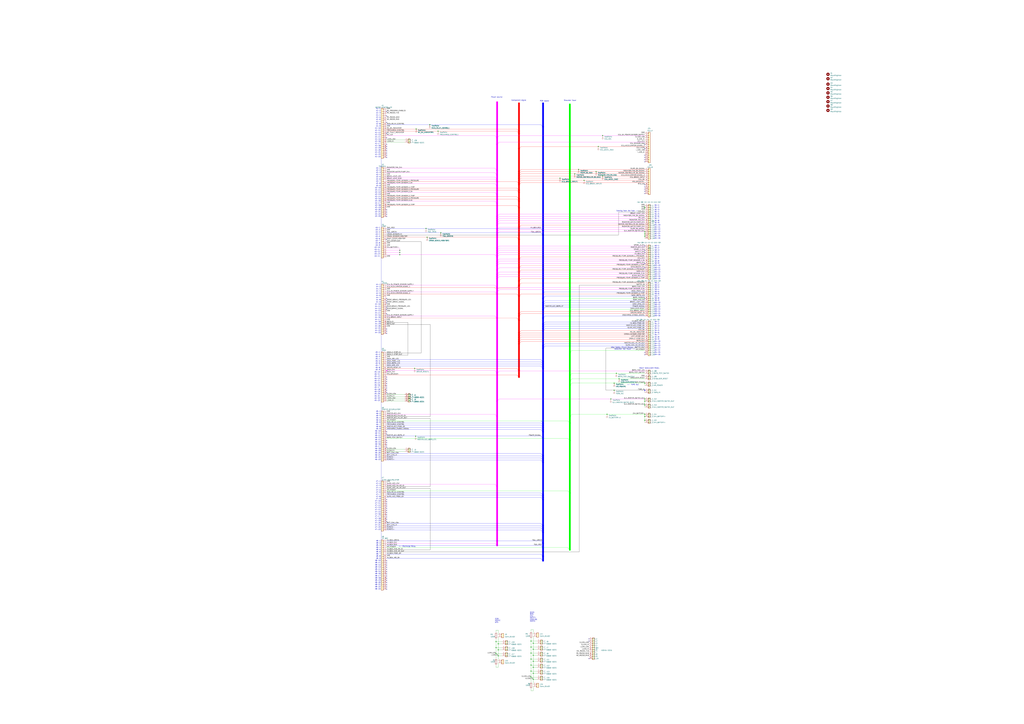
<source format=kicad_sch>
(kicad_sch (version 20230121) (generator eeschema)
  (paper "A0")
  (junction (at 575.945 752.475))
  (junction (at 578.485 762))
  (junction (at 464.185 290.83))
  (junction (at 699.77 157.48))
  (junction (at 616.585 765.81))
  (junction (at 715.645 433.705))
  (junction (at 713.105 453.39))
  (junction (at 619.125 768.35))
  (junction (at 748.665 271.78))
  (junction (at 748.665 269.24))
  (junction (at 704.85 481.33))
  (junction (at 692.15 199.39))
  (junction (at 448.945 430.53) (color 255 0 255 1))
  (junction (at 494.665 265.43))
  (junction (at 616.585 758.825))
  (junction (at 481.4924 427.99))
  (junction (at 748.665 483.87))
  (junction (at 713.105 445.135))
  (junction (at 748.665 445.135))
  (junction (at 511.81 270.51))
  (junction (at 499.11 144.78))
  (junction (at 616.585 751.84))
  (junction (at 575.945 759.46))
  (junction (at 619.125 782.32))
  (junction (at 616.585 779.78))
  (junction (at 748.665 453.39) (color 0 0 255 1))
  (junction (at 578.485 748.03))
  (junction (at 464.185 293.37))
  (junction (at 619.125 775.335))
  (junction (at 667.385 201.93))
  (junction (at 709.295 463.55))
  (junction (at 748.665 274.32))
  (junction (at 619.125 747.395))
  (junction (at 748.665 481.33))
  (junction (at 699.77 204.47))
  (junction (at 619.125 761.365))
  (junction (at 748.665 241.3))
  (junction (at 616.585 744.855))
  (junction (at 718.82 440.055))
  (junction (at 619.125 789.305))
  (junction (at 578.485 755.015))
  (junction (at 678.18 209.55))
  (junction (at 482.6 506.73))
  (junction (at 616.585 772.795))
  (junction (at 508.635 152.4))
  (junction (at 748.665 466.09))
  (junction (at 464.185 295.91))
  (junction (at 619.125 754.38))
  (junction (at 575.945 745.49))
  (junction (at 748.665 470.535))
  (junction (at 483.235 149.86))
  (junction (at 694.69 170.18))
  (junction (at 616.585 786.765))
  (junction (at 748.665 463.55))
  (junction (at 650.24 207.01))
  (junction (at 495.935 275.59))
  (junction (at 748.665 488.315))
  (junction (at 671.83 196.85))
  (no_connect (at 748.665 185.42))
  (no_connect (at 448.945 445.77))
  (no_connect (at 448.945 177.8))
  (no_connect (at 448.945 580.39))
  (no_connect (at 448.945 248.92))
  (no_connect (at 448.945 351.79))
  (no_connect (at 448.945 654.05))
  (no_connect (at 448.945 519.43))
  (no_connect (at 748.665 187.96))
  (no_connect (at 448.945 455.93))
  (no_connect (at 748.665 285.75))
  (no_connect (at 448.945 278.13))
  (no_connect (at 748.665 293.37))
  (no_connect (at 448.945 440.69))
  (no_connect (at 748.665 180.34))
  (no_connect (at 448.945 679.45))
  (no_connect (at 448.945 664.21))
  (no_connect (at 448.945 356.87))
  (no_connect (at 448.945 182.88))
  (no_connect (at 748.665 412.115))
  (no_connect (at 448.945 588.01))
  (no_connect (at 448.945 598.17))
  (no_connect (at 448.945 605.79))
  (no_connect (at 748.665 306.07))
  (no_connect (at 448.945 246.38))
  (no_connect (at 448.945 167.64))
  (no_connect (at 748.665 346.71))
  (no_connect (at 448.945 676.91))
  (no_connect (at 448.945 450.85))
  (no_connect (at 748.665 167.64))
  (no_connect (at 448.945 349.25))
  (no_connect (at 448.945 346.71))
  (no_connect (at 448.945 172.72))
  (no_connect (at 448.945 669.29))
  (no_connect (at 748.665 290.83))
  (no_connect (at 448.945 382.27))
  (no_connect (at 748.665 182.88))
  (no_connect (at 448.945 243.84))
  (no_connect (at 748.665 172.72))
  (no_connect (at 748.665 224.79))
  (no_connect (at 448.945 501.65))
  (no_connect (at 448.945 364.49))
  (no_connect (at 448.945 443.23))
  (no_connect (at 448.945 661.67))
  (no_connect (at 448.945 585.47))
  (no_connect (at 683.895 744.855))
  (no_connect (at 748.665 219.71))
  (no_connect (at 448.945 671.83))
  (no_connect (at 448.945 170.18))
  (no_connect (at 748.665 311.15))
  (no_connect (at 448.945 674.37))
  (no_connect (at 448.945 129.54))
  (no_connect (at 448.945 511.81))
  (no_connect (at 448.945 656.59))
  (no_connect (at 448.945 175.26))
  (no_connect (at 448.945 600.71))
  (no_connect (at 448.945 448.31))
  (no_connect (at 448.945 384.81))
  (no_connect (at 448.945 659.13))
  (no_connect (at 448.945 681.99))
  (no_connect (at 448.945 134.62))
  (no_connect (at 448.945 684.53))
  (no_connect (at 448.945 651.51))
  (no_connect (at 448.945 504.19))
  (no_connect (at 448.945 593.09))
  (no_connect (at 448.945 154.94))
  (no_connect (at 448.945 514.35))
  (no_connect (at 748.665 217.17))
  (no_connect (at 448.945 251.46))
  (no_connect (at 683.895 765.175))
  (no_connect (at 448.945 438.15))
  (no_connect (at 448.945 142.24))
  (no_connect (at 448.945 180.34))
  (no_connect (at 448.945 387.35))
  (no_connect (at 448.945 359.41))
  (no_connect (at 448.945 516.89))
  (no_connect (at 448.945 595.63))
  (no_connect (at 748.665 222.25))
  (no_connect (at 448.945 582.93))
  (no_connect (at 748.665 214.63))
  (no_connect (at 448.945 603.25))
  (no_connect (at 448.945 666.75))
  (no_connect (at 448.945 160.02))
  (no_connect (at 448.945 453.39))
  (no_connect (at 748.665 409.575))
  (no_connect (at 683.895 742.315))
  (no_connect (at 448.945 590.55))
  (bus_entry (at 664.21 407.035) (size -2.54 2.54) (stroke (width 0) (color 0 255 0 1)))
  (bus_entry (at 574.675 562.61) (size 2.54 2.54) (stroke (width 0) (color 255 0 255 1)))
  (bus_entry (at 633.095 401.955) (size -2.54 2.54) (stroke (width 0) (color 0 0 255 1)))
  (bus_entry (at 628.015 420.37) (size 2.54 2.54) (stroke (width 0) (color 0 0 255 1)))
  (bus_entry (at 628.015 144.78) (size 2.54 2.54) (stroke (width 0) (color 0 0 255 1)))
  (bus_entry (at 574.675 233.68) (size 2.54 2.54) (stroke (width 0) (color 255 0 255 1)))
  (bus_entry (at 633.095 356.87) (size -2.54 2.54) (stroke (width 0) (color 0 0 255 1)))
  (bus_entry (at 628.015 613.41) (size 2.54 2.54) (stroke (width 0) (color 0 0 255 1)))
  (bus_entry (at 579.755 290.83) (size -2.54 2.54) (stroke (width 0) (color 255 0 255 1)))
  (bus_entry (at 659.13 509.27) (size 2.54 2.54) (stroke (width 0) (color 0 255 0 1)))
  (bus_entry (at 628.015 577.85) (size 2.54 2.54) (stroke (width 0) (color 0 0 255 1)))
  (bus_entry (at 574.675 295.91) (size 2.54 2.54) (stroke (width 0) (color 255 0 255 1)))
  (bus_entry (at 605.155 298.45) (size -2.54 2.54) (stroke (width 0) (color 255 0 0 1)))
  (bus_entry (at 605.155 204.47) (size -2.54 2.54) (stroke (width 0) (color 255 0 0 1)))
  (bus_entry (at 574.675 208.28) (size 2.54 2.54) (stroke (width 0) (color 255 0 255 1)))
  (bus_entry (at 659.13 488.95) (size 2.54 2.54) (stroke (width 0) (color 0 255 0 1)))
  (bus_entry (at 600.075 149.86) (size 2.54 2.54) (stroke (width 0) (color 255 0 0 1)))
  (bus_entry (at 633.095 354.33) (size -2.54 2.54) (stroke (width 0) (color 0 0 255 1)))
  (bus_entry (at 628.015 608.33) (size 2.54 2.54) (stroke (width 0) (color 0 0 255 1)))
  (bus_entry (at 628.015 422.91) (size 2.54 2.54) (stroke (width 0) (color 0 0 255 1)))
  (bus_entry (at 574.675 631.19) (size 2.54 2.54) (stroke (width 0) (color 255 0 255 1)))
  (bus_entry (at 579.755 318.77) (size -2.54 2.54) (stroke (width 0) (color 255 0 255 1)))
  (bus_entry (at 628.015 572.77) (size 2.54 2.54) (stroke (width 0) (color 0 0 255 1)))
  (bus_entry (at 664.21 445.135) (size -2.54 2.54) (stroke (width 0) (color 0 255 0 1)))
  (bus_entry (at 628.015 488.95) (size 2.54 2.54) (stroke (width 0) (color 0 0 255 1)))
  (bus_entry (at 605.155 212.09) (size -2.54 2.54) (stroke (width 0) (color 255 0 0 1)))
  (bus_entry (at 579.755 303.53) (size -2.54 2.54) (stroke (width 0) (color 255 0 255 1)))
  (bus_entry (at 574.675 367.03) (size 2.54 2.54) (stroke (width 0) (color 255 0 255 1)))
  (bus_entry (at 579.755 256.54) (size -2.54 2.54) (stroke (width 0) (color 255 0 255 1)))
  (bus_entry (at 605.155 308.61) (size -2.54 2.54) (stroke (width 0) (color 255 0 0 1)))
  (bus_entry (at 605.155 313.69) (size -2.54 2.54) (stroke (width 0) (color 255 0 0 1)))
  (bus_entry (at 579.755 306.07) (size -2.54 2.54) (stroke (width 0) (color 255 0 255 1)))
  (bus_entry (at 574.675 223.52) (size 2.54 2.54) (stroke (width 0) (color 255 0 255 1)))
  (bus_entry (at 605.155 341.63) (size -2.54 2.54) (stroke (width 0) (color 255 0 0 1)))
  (bus_entry (at 633.095 374.015) (size -2.54 2.54) (stroke (width 0) (color 0 0 255 1)))
  (bus_entry (at 579.755 251.46) (size -2.54 2.54) (stroke (width 0) (color 255 0 255 1)))
  (bus_entry (at 628.015 417.83) (size 2.54 2.54) (stroke (width 0) (color 0 0 255 1)))
  (bus_entry (at 664.21 346.71) (size -2.54 2.54) (stroke (width 0) (color 0 255 0 1)))
  (bus_entry (at 579.755 259.08) (size -2.54 2.54) (stroke (width 0) (color 255 0 255 1)))
  (bus_entry (at 579.755 157.48) (size -2.54 2.54) (stroke (width 0) (color 255 0 255 1)))
  (bus_entry (at 579.755 463.55) (size -2.54 2.54) (stroke (width 0) (color 255 0 255 1)))
  (bus_entry (at 600.075 220.98) (size 2.54 2.54) (stroke (width 0) (color 255 0 0 1)))
  (bus_entry (at 632.46 339.09) (size -2.54 2.54) (stroke (width 0) (color 0 0 255 1)))
  (bus_entry (at 579.755 285.75) (size -2.54 2.54) (stroke (width 0) (color 255 0 255 1)))
  (bus_entry (at 579.755 165.1) (size -2.54 2.54) (stroke (width 0) (color 255 0 255 1)))
  (bus_entry (at 602.615 332.105) (size -2.54 2.54) (stroke (width 0) (color 255 0 0 1)))
  (bus_entry (at 605.155 386.715) (size -2.54 2.54) (stroke (width 0) (color 255 0 0 1)))
  (bus_entry (at 600.075 218.44) (size 2.54 2.54) (stroke (width 0) (color 255 0 0 1)))
  (bus_entry (at 605.155 361.95) (size -2.54 2.54) (stroke (width 0) (color 255 0 0 1)))
  (bus_entry (at 579.755 336.55) (size -2.54 2.54) (stroke (width 0) (color 255 0 255 1)))
  (bus_entry (at 659.13 570.23) (size 2.54 2.54) (stroke (width 0) (color 0 255 0 1)))
  (bus_entry (at 600.075 210.82) (size 2.54 2.54) (stroke (width 0) (color 255 0 0 1)))
  (bus_entry (at 605.155 207.01) (size -2.54 2.54) (stroke (width 0) (color 255 0 0 1)))
  (bus_entry (at 633.095 399.415) (size -2.54 2.54) (stroke (width 0) (color 0 0 255 1)))
  (bus_entry (at 633.095 349.25) (size -2.54 2.54) (stroke (width 0) (color 0 0 255 1)))
  (bus_entry (at 628.015 643.89) (size 2.54 2.54) (stroke (width 0) (color 0 0 255 1)))
  (bus_entry (at 574.675 200.66) (size 2.54 2.54) (stroke (width 0) (color 255 0 255 1)))
  (bus_entry (at 605.155 209.55) (size -2.54 2.54) (stroke (width 0) (color 255 0 0 1)))
  (bus_entry (at 605.155 364.49) (size -2.54 2.54) (stroke (width 0) (color 255 0 0 1)))
  (bus_entry (at 633.095 344.17) (size -2.54 2.54) (stroke (width 0) (color 0 0 255 1)))
  (bus_entry (at 579.755 431.165) (size -2.54 2.54) (stroke (width 0) (color 255 0 255 1)))
  (bus_entry (at 605.155 170.18) (size -2.54 2.54) (stroke (width 0) (color 255 0 0 1)))
  (bus_entry (at 605.155 384.175) (size -2.54 2.54) (stroke (width 0) (color 255 0 0 1)))
  (bus_entry (at 605.155 394.335) (size -2.54 2.54) (stroke (width 0) (color 255 0 0 1)))
  (bus_entry (at 605.155 323.85) (size -2.54 2.54) (stroke (width 0) (color 255 0 0 1)))
  (bus_entry (at 579.755 288.29) (size -2.54 2.54) (stroke (width 0) (color 255 0 255 1)))
  (bus_entry (at 628.015 532.13) (size 2.54 2.54) (stroke (width 0) (color 0 0 255 1)))
  (bus_entry (at 574.675 205.74) (size 2.54 2.54) (stroke (width 0) (color 255 0 255 1)))
  (bus_entry (at 628.015 575.31) (size 2.54 2.54) (stroke (width 0) (color 0 0 255 1)))
  (bus_entry (at 664.21 359.41) (size -2.54 2.54) (stroke (width 0) (color 0 255 0 1)))
  (bus_entry (at 579.755 293.37) (size -2.54 2.54) (stroke (width 0) (color 255 0 255 1)))
  (bus_entry (at 579.755 300.99) (size -2.54 2.54) (stroke (width 0) (color 255 0 255 1)))
  (bus_entry (at 579.755 295.91) (size -2.54 2.54) (stroke (width 0) (color 255 0 255 1)))
  (bus_entry (at 628.015 529.59) (size 2.54 2.54) (stroke (width 0) (color 0 0 255 1)))
  (bus_entry (at 574.675 213.36) (size 2.54 2.54) (stroke (width 0) (color 255 0 255 1)))
  (bus_entry (at 574.675 339.09) (size 2.54 2.54) (stroke (width 0) (color 255 0 255 1)))
  (bus_entry (at 628.015 491.49) (size 2.54 2.54) (stroke (width 0) (color 0 0 255 1)))
  (bus_entry (at 605.155 328.93) (size -2.54 2.54) (stroke (width 0) (color 255 0 0 1)))
  (bus_entry (at 633.095 376.555) (size -2.54 2.54) (stroke (width 0) (color 0 0 255 1)))
  (bus_entry (at 664.21 481.33) (size -2.54 2.54) (stroke (width 0) (color 0 255 0 1)))
  (bus_entry (at 574.675 430.53) (size 2.54 2.54) (stroke (width 0) (color 255 0 255 1)))
  (bus_entry (at 574.675 331.47) (size 2.54 2.54) (stroke (width 0) (color 255 0 255 1)))
  (bus_entry (at 579.755 334.01) (size -2.54 2.54) (stroke (width 0) (color 255 0 255 1)))
  (bus_entry (at 605.155 201.93) (size -2.54 2.54) (stroke (width 0) (color 255 0 0 1)))
  (bus_entry (at 628.015 534.67) (size 2.54 2.54) (stroke (width 0) (color 0 0 255 1)))
  (bus_entry (at 600.075 238.76) (size 2.54 2.54) (stroke (width 0) (color 255 0 0 1)))
  (bus_entry (at 628.015 633.73) (size 2.54 2.54) (stroke (width 0) (color 0 0 255 1)))
  (bus_entry (at 574.675 481.33) (size 2.54 2.54) (stroke (width 0) (color 255 0 255 1)))
  (bus_entry (at 605.155 196.85) (size -2.54 2.54) (stroke (width 0) (color 255 0 0 1)))
  (bus_entry (at 600.075 152.4) (size 2.54 2.54) (stroke (width 0) (color 255 0 0 1)))
  (bus_entry (at 579.755 264.16) (size -2.54 2.54) (stroke (width 0) (color 255 0 255 1)))
  (bus_entry (at 600.075 427.99) (size 2.54 2.54) (stroke (width 0) (color 255 0 0 1)))
  (bus_entry (at 600.075 341.63) (size 2.54 2.54) (stroke (width 0) (color 255 0 0 1)))
  (bus_entry (at 605.155 396.875) (size -2.54 2.54) (stroke (width 0) (color 255 0 0 1)))
  (bus_entry (at 659.13 636.27) (size 2.54 2.54) (stroke (width 0) (color 0 255 0 1)))
  (bus_entry (at 628.015 506.73) (size 2.54 2.54) (stroke (width 0) (color 0 0 255 1)))
  (bus_entry (at 605.155 391.795) (size -2.54 2.54) (stroke (width 0) (color 255 0 0 1)))
  (bus_entry (at 628.015 494.03) (size 2.54 2.54) (stroke (width 0) (color 0 0 255 1)))
  (bus_entry (at 579.755 254) (size -2.54 2.54) (stroke (width 0) (color 255 0 255 1)))
  (bus_entry (at 628.015 265.43) (size 2.54 2.54) (stroke (width 0) (color 0 0 255 1)))
  (bus_entry (at 579.755 269.24) (size -2.54 2.54) (stroke (width 0) (color 255 0 255 1)))
  (bus_entry (at 600.075 228.6) (size 2.54 2.54) (stroke (width 0) (color 255 0 0 1)))
  (bus_entry (at 579.755 248.92) (size -2.54 2.54) (stroke (width 0) (color 255 0 255 1)))
  (bus_entry (at 628.015 610.87) (size 2.54 2.54) (stroke (width 0) (color 0 0 255 1)))
  (bus_entry (at 633.095 367.03) (size -2.54 2.54) (stroke (width 0) (color 0 0 255 1)))
  (bus_entry (at 628.015 425.45) (size 2.54 2.54) (stroke (width 0) (color 0 0 255 1)))
  (bus_entry (at 579.755 321.31) (size -2.54 2.54) (stroke (width 0) (color 255 0 255 1)))
  (bus_entry (at 574.675 157.48) (size 2.54 2.54) (stroke (width 0) (color 255 0 255 1)))
  (bus_entry (at 628.015 615.95) (size 2.54 2.54) (stroke (width 0) (color 0 0 255 1)))
  (bus_entry (at 628.015 496.57) (size 2.54 2.54) (stroke (width 0) (color 0 0 255 1)))
  (bus_entry (at 579.755 266.7) (size -2.54 2.54) (stroke (width 0) (color 255 0 255 1)))
  (bus_entry (at 628.015 628.65) (size 2.54 2.54) (stroke (width 0) (color 0 0 255 1)))
  (bus_entry (at 633.095 379.095) (size -2.54 2.54) (stroke (width 0) (color 0 0 255 1)))
  (bus_entry (at 628.015 270.51) (size 2.54 2.54) (stroke (width 0) (color 0 0 255 1)))
  (bus_entry (at 664.21 440.055) (size -2.54 2.54) (stroke (width 0) (color 0 255 0 1)))
  (bus_entry (at 628.015 648.97) (size 2.54 2.54) (stroke (width 0) (color 0 0 255 1)))
  (bus_entry (at 605.155 199.39) (size -2.54 2.54) (stroke (width 0) (color 255 0 0 1)))
  (bus_entry (at 600.075 435.61) (size 2.54 2.54) (stroke (width 0) (color 255 0 0 1)))
  (bus_entry (at 579.755 311.15) (size -2.54 2.54) (stroke (width 0) (color 255 0 255 1)))
  (bus_entry (at 579.755 316.23) (size -2.54 2.54) (stroke (width 0) (color 255 0 255 1)))
  (bus_entry (at 600.075 275.59) (size 2.54 2.54) (stroke (width 0) (color 255 0 0 1)))
  (bus_entry (at 628.015 499.11) (size 2.54 2.54) (stroke (width 0) (color 0 0 255 1)))
  (bus_entry (at 664.21 433.705) (size -2.54 2.54) (stroke (width 0) (color 0 255 0 1)))
  (bus_entry (at 605.155 261.62) (size -2.54 2.54) (stroke (width 0) (color 255 0 0 1)))
  (bus_entry (at 600.075 231.14) (size 2.54 2.54) (stroke (width 0) (color 255 0 0 1)))
  (bus_entry (at 600.075 369.57) (size 2.54 2.54) (stroke (width 0) (color 255 0 0 1)))
  (bus_entry (at 633.095 351.79) (size -2.54 2.54) (stroke (width 0) (color 0 0 255 1)))
  (bus_entry (at 628.015 527.05) (size 2.54 2.54) (stroke (width 0) (color 0 0 255 1)))
  (bus_entry (at 605.155 389.255) (size -2.54 2.54) (stroke (width 0) (color 255 0 0 1)))
  (bus_entry (at 574.675 195.58) (size 2.54 2.54) (stroke (width 0) (color 255 0 255 1)))
  (bus_entry (at 633.095 381.635) (size -2.54 2.54) (stroke (width 0) (color 0 0 255 1)))
  (bus (pts (xy 602.615 300.99) (xy 602.615 311.15)) (stroke (width 2) (color 255 0 0 1)))
  (wire (pts (xy 619.125 782.32) (xy 619.125 789.305)))
  (bus (pts (xy 602.615 278.13) (xy 602.615 300.99)) (stroke (width 2) (color 255 0 0 1)))
  (bus (pts (xy 602.615 344.17) (xy 602.615 364.49)) (stroke (width 2) (color 255 0 0 1)))
  (wire (pts (xy 699.77 157.48) (xy 748.665 157.48)) (stroke (width 0) (color 255 0 255 1)))
  (bus (pts (xy 577.215 215.9) (xy 577.215 226.06)) (stroke (width 2) (color 255 0 255 1)))
  (wire (pts (xy 448.945 369.57) (xy 577.215 369.57)) (stroke (width 0) (color 255 0 0 1)))
  (wire (pts (xy 488.95 280.67) (xy 488.95 410.21)) (stroke (width 0) (color 0 0 0 1)))
  (wire (pts (xy 616.585 786.765) (xy 616.585 779.78)))
  (polyline (pts (xy 442.595 184.15) (xy 442.595 680.72)))
  (wire (pts (xy 448.945 613.41) (xy 628.015 613.41)) (stroke (width 0) (color 0 0 255 1)))
  (bus (pts (xy 577.215 226.06) (xy 577.215 236.22)) (stroke (width 2) (color 255 0 255 1)))
  (wire (pts (xy 748.665 261.62) (xy 605.155 261.62)) (stroke (width 0) (color 255 0 0 1)))
  (wire (pts (xy 748.665 328.93) (xy 605.155 328.93)) (stroke (width 0) (color 255 0 0 1)))
  (wire (pts (xy 748.665 391.795) (xy 605.155 391.795)) (stroke (width 0) (color 255 0 0 1)))
  (wire (pts (xy 579.755 254) (xy 748.665 254)) (stroke (width 0) (color 255 0 255 1)))
  (bus (pts (xy 602.615 172.72) (xy 602.615 199.39)) (stroke (width 2) (color 255 0 0 1)))
  (bus (pts (xy 577.215 339.09) (xy 577.215 341.63)) (stroke (width 2) (color 255 0 255 1)))
  (bus (pts (xy 577.215 318.77) (xy 577.215 321.31)) (stroke (width 2) (color 255 0 255 1)))
  (bus (pts (xy 630.555 356.87) (xy 630.555 359.41)) (stroke (width 2) (color 0 0 255 1)))
  (wire (pts (xy 661.67 349.25) (xy 748.665 349.25)) (stroke (width 0) (color 0 0 255 1)))
  (bus (pts (xy 602.615 389.255) (xy 602.615 391.795)) (stroke (width 2) (color 255 0 0 1)))
  (wire (pts (xy 448.945 458.47) (xy 469.9 458.47)))
  (bus (pts (xy 630.555 147.32) (xy 630.555 267.97)) (stroke (width 2) (color 0 0 255 1)))
  (wire (pts (xy 678.18 209.55) (xy 605.155 209.55)) (stroke (width 0) (color 255 0 0 1)))
  (wire (pts (xy 575.945 759.46) (xy 575.945 752.475)))
  (wire (pts (xy 448.945 562.61) (xy 574.675 562.61)) (stroke (width 0) (color 255 0 255 1)))
  (wire (pts (xy 448.945 218.44) (xy 600.075 218.44)) (stroke (width 0) (color 255 0 0 1)))
  (wire (pts (xy 575.945 759.46) (xy 582.93 759.46)))
  (wire (pts (xy 448.945 633.73) (xy 577.215 633.73)) (stroke (width 0) (color 0 0 255 1)))
  (wire (pts (xy 748.665 323.85) (xy 605.155 323.85)) (stroke (width 0) (color 255 0 0 1)))
  (wire (pts (xy 748.665 481.33) (xy 748.665 483.87)))
  (bus (pts (xy 630.555 575.31) (xy 630.555 577.85)) (stroke (width 2) (color 0 0 255 1)))
  (bus (pts (xy 630.555 501.65) (xy 630.555 509.27)) (stroke (width 2) (color 0 0 255 1)))
  (bus (pts (xy 602.615 231.14) (xy 602.615 233.68)) (stroke (width 2) (color 255 0 0 1)))
  (wire (pts (xy 748.665 196.85) (xy 671.83 196.85)) (stroke (width 0) (color 255 0 0 1)))
  (wire (pts (xy 577.215 633.73) (xy 628.015 633.73)) (stroke (width 0) (color 0 0 255 1)))
  (wire (pts (xy 579.755 311.15) (xy 602.615 311.15)) (stroke (width 0) (color 255 0 255 1)))
  (wire (pts (xy 579.755 431.165) (xy 748.665 431.165)) (stroke (width 0) (color 255 0 255 1)))
  (wire (pts (xy 448.945 430.53) (xy 448.945 433.07)) (stroke (width 0) (color 255 0 255 1)))
  (wire (pts (xy 494.665 265.43) (xy 628.015 265.43)) (stroke (width 0) (color 0 0 255 1)))
  (wire (pts (xy 448.945 572.77) (xy 628.015 572.77)) (stroke (width 0) (color 0 0 255 1)))
  (wire (pts (xy 748.665 364.49) (xy 605.155 364.49)) (stroke (width 0) (color 255 0 0 1)))
  (bus (pts (xy 602.615 326.39) (xy 602.615 331.47)) (stroke (width 2) (color 255 0 0 1)))
  (wire (pts (xy 633.095 381.635) (xy 748.665 381.635)) (stroke (width 0) (color 0 0 255 1)))
  (bus (pts (xy 630.555 384.175) (xy 630.555 401.955)) (stroke (width 2) (color 0 0 255 1)))
  (wire (pts (xy 664.21 481.33) (xy 704.85 481.33)) (stroke (width 0) (color 0 255 0 1)))
  (wire (pts (xy 448.945 481.33) (xy 574.675 481.33)) (stroke (width 0) (color 255 0 255 1)))
  (wire (pts (xy 448.945 577.85) (xy 628.015 577.85)) (stroke (width 0) (color 0 0 255 1)))
  (wire (pts (xy 616.585 741.68) (xy 616.585 744.855)))
  (bus (pts (xy 602.615 214.63) (xy 602.615 220.98)) (stroke (width 2) (color 255 0 0 1)))
  (wire (pts (xy 579.755 303.53) (xy 748.665 303.53)) (stroke (width 0) (color 255 0 255 1)))
  (bus (pts (xy 577.215 256.54) (xy 577.215 259.08)) (stroke (width 2) (color 255 0 255 1)))
  (bus (pts (xy 577.215 293.37) (xy 577.215 295.91)) (stroke (width 2) (color 255 0 255 1)))
  (wire (pts (xy 630.555 384.175) (xy 605.155 384.175)) (stroke (width 0) (color 255 0 0 1)))
  (wire (pts (xy 499.11 144.78) (xy 628.015 144.78)) (stroke (width 0) (color 0 0 255 1)))
  (wire (pts (xy 709.295 463.55) (xy 748.665 463.55)) (stroke (width 0) (color 255 0 255 1)))
  (wire (pts (xy 448.945 524.51) (xy 469.9 524.51)))
  (wire (pts (xy 578.485 748.03) (xy 578.485 755.015)))
  (wire (pts (xy 448.945 265.43) (xy 494.665 265.43)) (stroke (width 0) (color 0 0 255 1)))
  (wire (pts (xy 448.945 529.59) (xy 628.015 529.59)) (stroke (width 0) (color 0 0 255 1)))
  (wire (pts (xy 448.945 430.53) (xy 574.675 430.53)) (stroke (width 0) (color 255 0 255 1)))
  (wire (pts (xy 633.095 379.095) (xy 748.665 379.095)) (stroke (width 0) (color 0 0 255 1)))
  (bus (pts (xy 602.615 399.415) (xy 602.615 430.53)) (stroke (width 2) (color 255 0 0 1)))
  (wire (pts (xy 575.945 752.475) (xy 575.945 745.49)))
  (wire (pts (xy 748.665 445.135) (xy 748.665 447.675)))
  (bus (pts (xy 630.555 499.11) (xy 630.555 501.65)) (stroke (width 2) (color 0 0 255 1)))
  (wire (pts (xy 579.755 316.23) (xy 602.615 316.23)) (stroke (width 0) (color 255 0 255 1)))
  (bus (pts (xy 661.67 572.77) (xy 661.67 638.81)) (stroke (width 2) (color 0 255 0 1)))
  (wire (pts (xy 748.665 269.24) (xy 748.665 271.78)))
  (wire (pts (xy 650.24 207.01) (xy 605.155 207.01)) (stroke (width 0) (color 255 0 0 1)))
  (bus (pts (xy 602.615 201.93) (xy 602.615 204.47)) (stroke (width 2) (color 255 0 0 1)))
  (bus (pts (xy 630.555 631.19) (xy 630.555 636.27)) (stroke (width 2) (color 0 0 255 1)))
  (bus (pts (xy 630.555 379.095) (xy 630.555 381.635)) (stroke (width 2) (color 0 0 255 1)))
  (bus (pts (xy 602.615 212.09) (xy 602.615 213.36)) (stroke (width 2) (color 255 0 0 1)))
  (bus (pts (xy 577.215 288.29) (xy 577.215 290.83)) (stroke (width 2) (color 255 0 255 1)))
  (bus (pts (xy 577.215 341.63) (xy 577.215 369.57)) (stroke (width 2) (color 255 0 255 1)))
  (bus (pts (xy 661.67 349.25) (xy 661.67 361.95)) (stroke (width 2) (color 0 255 0 1)))
  (wire (pts (xy 619.125 754.38) (xy 623.57 754.38)))
  (wire (pts (xy 748.665 298.45) (xy 605.155 298.45)) (stroke (width 0) (color 255 0 0 1)))
  (wire (pts (xy 448.945 422.91) (xy 628.015 422.91)) (stroke (width 0) (color 0 0 255 1)))
  (bus (pts (xy 577.215 208.28) (xy 577.215 210.82)) (stroke (width 2) (color 255 0 255 1)))
  (bus (pts (xy 630.555 427.99) (xy 630.555 491.49)) (stroke (width 2) (color 0 0 255 1)))
  (wire (pts (xy 616.585 800.1) (xy 616.585 802.64)))
  (wire (pts (xy 448.945 463.55) (xy 469.9 463.55)))
  (wire (pts (xy 602.615 264.16) (xy 748.665 264.16)) (stroke (width 0) (color 255 0 255 1)))
  (bus (pts (xy 630.555 537.21) (xy 630.555 575.31)) (stroke (width 2) (color 0 0 255 1)))
  (wire (pts (xy 577.215 341.63) (xy 600.075 341.63)) (stroke (width 0) (color 255 0 0 1)))
  (wire (pts (xy 448.945 610.87) (xy 628.015 610.87)) (stroke (width 0) (color 0 0 255 1)))
  (bus (pts (xy 602.615 220.98) (xy 602.615 223.52)) (stroke (width 2) (color 255 0 0 1)))
  (wire (pts (xy 448.945 641.35) (xy 672.465 641.35)) (stroke (width 0) (color 0 0 0 1)))
  (bus (pts (xy 577.215 308.61) (xy 577.215 313.69)) (stroke (width 2) (color 255 0 255 1)))
  (wire (pts (xy 579.755 288.29) (xy 748.665 288.29)) (stroke (width 0) (color 255 0 255 1)))
  (wire (pts (xy 633.095 376.555) (xy 748.665 376.555)) (stroke (width 0) (color 0 0 255 1)))
  (wire (pts (xy 448.945 643.89) (xy 628.015 643.89)) (stroke (width 0) (color 0 0 255 1)))
  (bus (pts (xy 577.215 271.78) (xy 577.215 288.29)) (stroke (width 2) (color 255 0 255 1)))
  (wire (pts (xy 448.945 367.03) (xy 574.675 367.03)) (stroke (width 0) (color 255 0 255 1)))
  (wire (pts (xy 499.745 567.69) (xy 499.745 638.81)) (stroke (width 0) (color 0 0 0 1)))
  (wire (pts (xy 619.125 768.35) (xy 623.57 768.35)))
  (wire (pts (xy 579.755 318.77) (xy 748.665 318.77)) (stroke (width 0) (color 255 0 255 1)))
  (wire (pts (xy 579.755 266.7) (xy 748.665 266.7)) (stroke (width 0) (color 255 0 255 1)))
  (bus (pts (xy 577.215 259.08) (xy 577.215 261.62)) (stroke (width 2) (color 255 0 255 1)))
  (wire (pts (xy 628.015 488.95) (xy 659.13 488.95)) (stroke (width 0) (color 0 255 0 1)))
  (wire (pts (xy 579.755 285.75) (xy 748.665 285.75)) (stroke (width 0) (color 255 0 255 1)))
  (bus (pts (xy 577.215 266.7) (xy 577.215 269.24)) (stroke (width 2) (color 255 0 255 1)))
  (wire (pts (xy 630.555 509.27) (xy 659.13 509.27)) (stroke (width 0) (color 0 255 0 1)))
  (wire (pts (xy 619.125 761.365) (xy 619.125 768.35)))
  (wire (pts (xy 602.615 316.23) (xy 748.665 316.23)) (stroke (width 0) (color 255 0 255 1)))
  (bus (pts (xy 577.215 167.64) (xy 577.215 198.12)) (stroke (width 2) (color 255 0 255 1)))
  (wire (pts (xy 448.945 532.13) (xy 628.015 532.13)) (stroke (width 0) (color 0 0 255 1)))
  (wire (pts (xy 578.485 739.775) (xy 578.485 748.03)))
  (bus (pts (xy 630.555 404.495) (xy 630.555 420.37)) (stroke (width 2) (color 0 0 255 1)))
  (wire (pts (xy 633.095 354.33) (xy 748.665 354.33)) (stroke (width 0) (color 0 0 255 1)))
  (wire (pts (xy 579.755 269.24) (xy 748.665 269.24)) (stroke (width 0) (color 255 0 255 1)))
  (wire (pts (xy 574.675 334.01) (xy 574.675 334.645)) (stroke (width 0) (color 255 0 0 1)))
  (bus (pts (xy 577.215 433.07) (xy 577.215 433.705)) (stroke (width 2) (color 255 0 255 1)))
  (wire (pts (xy 448.945 461.01) (xy 469.9 461.01)))
  (bus (pts (xy 577.215 298.45) (xy 577.215 303.53)) (stroke (width 2) (color 255 0 255 1)))
  (wire (pts (xy 448.945 527.05) (xy 628.015 527.05)) (stroke (width 0) (color 0 0 255 1)))
  (bus (pts (xy 630.555 646.43) (xy 630.555 651.51)) (stroke (width 2) (color 0 0 255 1)))
  (wire (pts (xy 619.125 731.52) (xy 619.125 736.6)))
  (bus (pts (xy 577.215 306.07) (xy 577.215 308.61)) (stroke (width 2) (color 255 0 255 1)))
  (bus (pts (xy 630.555 267.97) (xy 630.555 273.05)) (stroke (width 2) (color 0 0 255 1)))
  (wire (pts (xy 464.185 293.37) (xy 464.185 295.91)) (stroke (width 0) (color 255 0 255 1)))
  (wire (pts (xy 448.945 228.6) (xy 600.075 228.6)) (stroke (width 0) (color 255 0 0 1)))
  (wire (pts (xy 579.755 293.37) (xy 748.665 293.37)) (stroke (width 0) (color 255 0 255 1)))
  (wire (pts (xy 448.945 417.83) (xy 628.015 417.83)) (stroke (width 0) (color 0 0 255 1)))
  (wire (pts (xy 664.21 359.41) (xy 748.665 359.41)) (stroke (width 0) (color 0 255 0 1)))
  (wire (pts (xy 473.71 374.65) (xy 448.945 374.65)) (stroke (width 0) (color 0 0 0 1)))
  (wire (pts (xy 748.665 209.55) (xy 678.18 209.55)) (stroke (width 0) (color 255 0 0 1)))
  (wire (pts (xy 511.81 270.51) (xy 628.015 270.51)) (stroke (width 0) (color 0 0 255 1)))
  (wire (pts (xy 464.185 290.83) (xy 464.185 293.37)) (stroke (width 0) (color 255 0 255 1)))
  (wire (pts (xy 661.67 361.95) (xy 605.155 361.95)) (stroke (width 0) (color 255 0 0 1)))
  (wire (pts (xy 448.945 435.61) (xy 600.075 435.61)) (stroke (width 0) (color 255 0 0 1)))
  (bus (pts (xy 630.555 618.49) (xy 630.555 631.19)) (stroke (width 2) (color 0 0 255 1)))
  (wire (pts (xy 748.665 453.39) (xy 748.665 455.93)) (stroke (width 0) (color 0 0 0 1)))
  (wire (pts (xy 448.945 200.66) (xy 574.675 200.66)) (stroke (width 0) (color 255 0 255 1)))
  (bus (pts (xy 577.215 321.31) (xy 577.215 323.85)) (stroke (width 2) (color 255 0 255 1)))
  (wire (pts (xy 718.185 246.38) (xy 748.665 246.38)) (stroke (width 0) (color 0 0 0 1)))
  (bus (pts (xy 630.555 425.45) (xy 630.555 427.99)) (stroke (width 2) (color 0 0 255 1)))
  (wire (pts (xy 579.755 336.55) (xy 748.665 336.55)) (stroke (width 0) (color 255 0 255 1)))
  (wire (pts (xy 508.635 152.4) (xy 600.075 152.4)) (stroke (width 0) (color 255 0 0 1)))
  (wire (pts (xy 703.58 453.39) (xy 713.105 453.39)) (stroke (width 0) (color 0 0 0 1)))
  (wire (pts (xy 692.15 199.39) (xy 605.155 199.39)) (stroke (width 0) (color 255 0 0 1)))
  (wire (pts (xy 575.945 775.335) (xy 578.485 775.335)))
  (wire (pts (xy 448.945 144.78) (xy 499.11 144.78)) (stroke (width 0) (color 0 0 255 1)))
  (wire (pts (xy 748.665 199.39) (xy 692.15 199.39)) (stroke (width 0) (color 255 0 0 1)))
  (wire (pts (xy 448.945 238.76) (xy 600.075 238.76)) (stroke (width 0) (color 255 0 0 1)))
  (wire (pts (xy 448.945 273.05) (xy 630.555 273.05)) (stroke (width 0) (color 0 0 0 1)))
  (wire (pts (xy 619.125 782.32) (xy 623.57 782.32)))
  (wire (pts (xy 748.665 271.78) (xy 748.665 274.32)))
  (wire (pts (xy 448.945 220.98) (xy 600.075 220.98)) (stroke (width 0) (color 255 0 0 1)))
  (wire (pts (xy 715.645 433.705) (xy 748.665 433.705)) (stroke (width 0) (color 0 255 0 1)))
  (wire (pts (xy 704.85 481.33) (xy 748.665 481.33)) (stroke (width 0) (color 0 255 0 1)))
  (wire (pts (xy 619.125 775.335) (xy 623.57 775.335)))
  (wire (pts (xy 448.945 575.31) (xy 628.015 575.31)) (stroke (width 0) (color 0 0 255 1)))
  (wire (pts (xy 577.215 210.82) (xy 600.075 210.82)) (stroke (width 0) (color 255 0 0 1)))
  (wire (pts (xy 633.095 351.79) (xy 748.665 351.79)) (stroke (width 0) (color 0 0 255 1)))
  (wire (pts (xy 579.755 256.54) (xy 748.665 256.54)) (stroke (width 0) (color 255 0 255 1)))
  (bus (pts (xy 602.615 154.94) (xy 602.615 172.72)) (stroke (width 2) (color 255 0 0 1)))
  (wire (pts (xy 448.945 339.09) (xy 574.675 339.09)) (stroke (width 0) (color 255 0 255 1)))
  (bus (pts (xy 602.615 386.715) (xy 602.615 389.255)) (stroke (width 2) (color 255 0 0 1)))
  (wire (pts (xy 448.945 648.97) (xy 628.015 648.97)) (stroke (width 0) (color 0 0 255 1)))
  (wire (pts (xy 703.58 404.495) (xy 703.58 453.39)) (stroke (width 0) (color 0 0 0 1)))
  (wire (pts (xy 633.095 399.415) (xy 748.665 399.415)) (stroke (width 0) (color 0 0 255 1)))
  (wire (pts (xy 633.095 367.03) (xy 748.665 367.03)) (stroke (width 0) (color 0 0 255 1)))
  (bus (pts (xy 602.615 264.16) (xy 602.615 278.13)) (stroke (width 2) (color 255 0 0 1)))
  (bus (pts (xy 577.215 433.705) (xy 577.215 466.09)) (stroke (width 2) (color 255 0 255 1)))
  (wire (pts (xy 448.945 165.1) (xy 469.9 165.1)))
  (wire (pts (xy 619.125 754.38) (xy 619.125 761.365)))
  (wire (pts (xy 579.755 264.16) (xy 602.615 264.16)) (stroke (width 0) (color 255 0 255 1)))
  (bus (pts (xy 661.67 409.575) (xy 661.67 436.245)) (stroke (width 2) (color 0 255 0 1)))
  (wire (pts (xy 629.92 341.63) (xy 605.155 341.63)) (stroke (width 0) (color 255 0 0 1)))
  (wire (pts (xy 579.755 251.46) (xy 748.665 251.46)) (stroke (width 0) (color 255 0 255 1)))
  (wire (pts (xy 499.745 638.81) (xy 448.945 638.81)) (stroke (width 0) (color 0 0 0 1)))
  (bus (pts (xy 630.555 273.05) (xy 630.555 346.71)) (stroke (width 2) (color 0 0 255 1)))
  (wire (pts (xy 633.095 344.17) (xy 748.665 344.17)) (stroke (width 0) (color 0 0 255 1)))
  (wire (pts (xy 448.945 509.27) (xy 630.555 509.27)) (stroke (width 0) (color 0 255 0 1)))
  (bus (pts (xy 577.215 254) (xy 577.215 256.54)) (stroke (width 2) (color 255 0 255 1)))
  (wire (pts (xy 616.585 751.84) (xy 616.585 744.855)))
  (wire (pts (xy 464.185 288.29) (xy 464.185 290.83)) (stroke (width 0) (color 255 0 255 1)))
  (bus (pts (xy 661.67 121.285) (xy 661.67 349.25)) (stroke (width 2) (color 0 255 0 1)))
  (wire (pts (xy 482.6 506.73) (xy 628.015 506.73)) (stroke (width 0) (color 0 0 255 1)))
  (bus (pts (xy 630.555 420.37) (xy 630.555 422.91)) (stroke (width 2) (color 0 0 255 1)))
  (wire (pts (xy 671.83 196.85) (xy 605.155 196.85)) (stroke (width 0) (color 255 0 0 1)))
  (wire (pts (xy 748.665 201.93) (xy 667.385 201.93)) (stroke (width 0) (color 255 0 0 1)))
  (bus (pts (xy 577.215 269.24) (xy 577.215 271.78)) (stroke (width 2) (color 255 0 255 1)))
  (wire (pts (xy 464.185 293.37) (xy 448.945 293.37)) (stroke (width 0) (color 255 0 255 1)))
  (wire (pts (xy 748.665 308.61) (xy 605.155 308.61)) (stroke (width 0) (color 255 0 0 1)))
  (wire (pts (xy 602.615 300.99) (xy 748.665 300.99)) (stroke (width 0) (color 255 0 255 1)))
  (bus (pts (xy 602.615 241.3) (xy 602.615 264.16)) (stroke (width 2) (color 255 0 0 1)))
  (wire (pts (xy 481.4924 427.99) (xy 600.075 427.99)) (stroke (width 0) (color 255 0 0 1)))
  (wire (pts (xy 499.745 486.41) (xy 499.745 565.15)) (stroke (width 0) (color 0 0 0 1)))
  (bus (pts (xy 630.555 494.03) (xy 630.555 496.57)) (stroke (width 2) (color 0 0 255 1)))
  (wire (pts (xy 464.185 288.29) (xy 448.945 288.29)) (stroke (width 0) (color 255 0 255 1)))
  (bus (pts (xy 661.67 491.49) (xy 661.67 511.81)) (stroke (width 2) (color 0 255 0 1)))
  (wire (pts (xy 448.945 499.11) (xy 628.015 499.11)) (stroke (width 0) (color 0 0 255 1)))
  (bus (pts (xy 602.615 394.335) (xy 602.615 396.875)) (stroke (width 2) (color 255 0 0 1)))
  (wire (pts (xy 448.945 425.45) (xy 628.015 425.45)) (stroke (width 0) (color 0 0 255 1)))
  (wire (pts (xy 448.945 280.67) (xy 488.95 280.67)) (stroke (width 0) (color 0 0 0 1)))
  (wire (pts (xy 575.945 732.155) (xy 578.485 732.155)))
  (bus (pts (xy 630.555 529.59) (xy 630.555 532.13)) (stroke (width 2) (color 0 0 255 1)))
  (wire (pts (xy 578.485 755.015) (xy 582.93 755.015)))
  (wire (pts (xy 579.755 165.1) (xy 748.665 165.1)) (stroke (width 0) (color 255 0 255 1)))
  (bus (pts (xy 630.555 615.95) (xy 630.555 618.49)) (stroke (width 2) (color 0 0 255 1)))
  (wire (pts (xy 664.21 440.055) (xy 718.82 440.055)) (stroke (width 0) (color 0 255 0 1)))
  (bus (pts (xy 602.615 213.36) (xy 602.615 214.63)) (stroke (width 2) (color 255 0 0 1)))
  (bus (pts (xy 630.555 422.91) (xy 630.555 425.45)) (stroke (width 2) (color 0 0 255 1)))
  (wire (pts (xy 448.945 567.69) (xy 499.745 567.69)) (stroke (width 0) (color 0 0 0 1)))
  (bus (pts (xy 630.555 381.635) (xy 630.555 384.175)) (stroke (width 2) (color 0 0 255 1)))
  (wire (pts (xy 448.945 521.97) (xy 469.9 521.97)))
  (wire (pts (xy 748.665 483.87) (xy 748.665 488.315)))
  (wire (pts (xy 448.945 233.68) (xy 574.675 233.68)) (stroke (width 0) (color 255 0 255 1)))
  (bus (pts (xy 577.215 466.09) (xy 577.215 483.87)) (stroke (width 2) (color 255 0 255 1)))
  (bus (pts (xy 602.615 311.15) (xy 602.615 316.23)) (stroke (width 2) (color 255 0 0 1)))
  (wire (pts (xy 664.21 433.705) (xy 715.645 433.705)) (stroke (width 0) (color 0 255 0 1)))
  (bus (pts (xy 577.215 290.83) (xy 577.215 293.37)) (stroke (width 2) (color 255 0 255 1)))
  (wire (pts (xy 748.665 394.335) (xy 605.155 394.335)) (stroke (width 0) (color 255 0 0 1)))
  (wire (pts (xy 616.585 758.825) (xy 623.57 758.825)))
  (wire (pts (xy 448.945 494.03) (xy 628.015 494.03)) (stroke (width 0) (color 0 0 255 1)))
  (wire (pts (xy 748.665 470.535) (xy 748.665 473.075)))
  (wire (pts (xy 748.665 386.715) (xy 605.155 386.715)) (stroke (width 0) (color 255 0 0 1)))
  (wire (pts (xy 448.945 208.28) (xy 574.675 208.28)) (stroke (width 0) (color 255 0 255 1)))
  (wire (pts (xy 619.125 775.335) (xy 619.125 782.32)))
  (wire (pts (xy 448.945 213.36) (xy 574.675 213.36)) (stroke (width 0) (color 255 0 255 1)))
  (wire (pts (xy 575.945 742.315) (xy 575.945 745.49)))
  (bus (pts (xy 602.615 331.47) (xy 602.615 332.105)) (stroke (width 2) (color 255 0 0 1)))
  (wire (pts (xy 718.82 440.055) (xy 748.665 440.055)) (stroke (width 0) (color 0 255 0 1)))
  (wire (pts (xy 577.215 369.57) (xy 600.075 369.57)) (stroke (width 0) (color 255 0 0 1)))
  (wire (pts (xy 448.945 162.56) (xy 469.9 162.56)))
  (bus (pts (xy 602.615 316.23) (xy 602.615 326.39)) (stroke (width 2) (color 255 0 0 1)))
  (wire (pts (xy 699.77 204.47) (xy 605.155 204.47)) (stroke (width 0) (color 255 0 0 1)))
  (bus (pts (xy 630.555 120.015) (xy 630.555 147.32)) (stroke (width 2) (color 0 0 255 1)))
  (bus (pts (xy 630.555 401.955) (xy 630.555 404.495)) (stroke (width 2) (color 0 0 255 1)))
  (wire (pts (xy 672.465 331.47) (xy 672.465 641.35)) (stroke (width 0) (color 9 0 0 1)))
  (wire (pts (xy 633.095 356.87) (xy 748.665 356.87)) (stroke (width 0) (color 0 0 255 1)))
  (bus (pts (xy 630.555 496.57) (xy 630.555 499.11)) (stroke (width 2) (color 0 0 255 1)))
  (wire (pts (xy 667.385 201.93) (xy 605.155 201.93)) (stroke (width 0) (color 255 0 0 1)))
  (bus (pts (xy 630.555 636.27) (xy 630.555 646.43)) (stroke (width 2) (color 0 0 255 1)))
  (wire (pts (xy 619.125 761.365) (xy 623.57 761.365)))
  (wire (pts (xy 448.945 565.15) (xy 499.745 565.15)) (stroke (width 0) (color 0 0 0 1)))
  (bus (pts (xy 630.555 534.67) (xy 630.555 537.21)) (stroke (width 2) (color 0 0 255 1)))
  (bus (pts (xy 602.615 204.47) (xy 602.615 207.01)) (stroke (width 2) (color 255 0 0 1)))
  (wire (pts (xy 748.665 170.18) (xy 694.69 170.18)) (stroke (width 0) (color 255 0 0 1)))
  (wire (pts (xy 579.755 306.07) (xy 748.665 306.07)) (stroke (width 0) (color 255 0 255 1)))
  (wire (pts (xy 578.485 770.255) (xy 578.485 775.335)))
  (wire (pts (xy 630.555 636.27) (xy 659.13 636.27)) (stroke (width 0) (color 0 255 0 1)))
  (wire (pts (xy 488.95 410.21) (xy 448.945 410.21)) (stroke (width 0) (color 0 0 0 1)))
  (wire (pts (xy 448.945 534.67) (xy 628.015 534.67)) (stroke (width 0) (color 0 0 255 1)))
  (bus (pts (xy 577.215 203.2) (xy 577.215 208.28)) (stroke (width 2) (color 255 0 255 1)))
  (wire (pts (xy 748.665 207.01) (xy 650.24 207.01)) (stroke (width 0) (color 255 0 0 1)))
  (bus (pts (xy 602.615 367.03) (xy 602.615 372.11)) (stroke (width 2) (color 255 0 0 1)))
  (bus (pts (xy 661.67 511.81) (xy 661.67 572.77)) (stroke (width 2) (color 0 255 0 1)))
  (bus (pts (xy 602.615 233.68) (xy 602.615 241.3)) (stroke (width 2) (color 255 0 0 1)))
  (wire (pts (xy 629.92 341.63) (xy 748.665 341.63)) (stroke (width 0) (color 255 0 0 1)))
  (wire (pts (xy 448.945 334.01) (xy 574.675 334.01)) (stroke (width 0) (color 255 0 0 1)))
  (bus (pts (xy 577.215 160.02) (xy 577.215 167.64)) (stroke (width 2) (color 255 0 255 1)))
  (bus (pts (xy 577.215 565.15) (xy 577.215 633.73)) (stroke (width 2) (color 255 0 255 1)))
  (wire (pts (xy 616.585 765.81) (xy 616.585 758.825)))
  (wire (pts (xy 464.185 290.83) (xy 448.945 290.83)) (stroke (width 0) (color 255 0 255 1)))
  (wire (pts (xy 633.095 374.015) (xy 748.665 374.015)) (stroke (width 0) (color 0 0 255 1)))
  (bus (pts (xy 630.555 369.57) (xy 630.555 376.555)) (stroke (width 2) (color 0 0 255 1)))
  (wire (pts (xy 574.675 334.645) (xy 600.075 334.645)) (stroke (width 0) (color 255 0 0 1)))
  (bus (pts (xy 602.615 152.4) (xy 602.615 154.94)) (stroke (width 2) (color 255 0 0 1)))
  (wire (pts (xy 448.945 157.48) (xy 574.675 157.48)) (stroke (width 0) (color 255 0 255 1)))
  (wire (pts (xy 448.945 615.95) (xy 628.015 615.95)) (stroke (width 0) (color 0 0 255 1)))
  (wire (pts (xy 578.485 755.015) (xy 578.485 762)))
  (wire (pts (xy 448.945 275.59) (xy 495.935 275.59)) (stroke (width 0) (color 255 0 0 1)))
  (wire (pts (xy 464.185 295.91) (xy 448.945 295.91)) (stroke (width 0) (color 255 0 255 1)))
  (bus (pts (xy 602.615 430.53) (xy 602.615 438.15)) (stroke (width 2) (color 255 0 0 1)))
  (wire (pts (xy 616.585 786.765) (xy 616.585 792.48)))
  (wire (pts (xy 619.125 768.35) (xy 619.125 775.335)))
  (bus (pts (xy 630.555 577.85) (xy 630.555 580.39)) (stroke (width 2) (color 0 0 255 1)))
  (wire (pts (xy 616.585 772.795) (xy 616.585 765.81)))
  (wire (pts (xy 575.945 745.49) (xy 582.93 745.49)))
  (wire (pts (xy 448.945 628.65) (xy 628.015 628.65)) (stroke (width 0) (color 0 0 255 1)))
  (bus (pts (xy 577.215 369.57) (xy 577.215 433.07)) (stroke (width 2) (color 255 0 255 1)))
  (wire (pts (xy 619.125 797.56) (xy 619.125 802.64)))
  (wire (pts (xy 448.945 491.49) (xy 628.015 491.49)) (stroke (width 0) (color 0 0 255 1)))
  (bus (pts (xy 577.215 118.745) (xy 577.215 160.02)) (stroke (width 2) (color 255 0 255 1)))
  (wire (pts (xy 579.755 300.99) (xy 602.615 300.99)) (stroke (width 0) (color 255 0 255 1)))
  (bus (pts (xy 577.215 334.01) (xy 577.215 336.55)) (stroke (width 2) (color 255 0 255 1)))
  (bus (pts (xy 630.555 509.27) (xy 630.555 529.59)) (stroke (width 2) (color 0 0 255 1)))
  (wire (pts (xy 718.185 246.38) (xy 718.185 273.05)) (stroke (width 0) (color 0 0 0 1)))
  (bus (pts (xy 602.615 209.55) (xy 602.615 212.09)) (stroke (width 2) (color 255 0 0 1)))
  (wire (pts (xy 578.485 732.155) (xy 578.485 737.235)))
  (bus (pts (xy 602.615 199.39) (xy 602.615 201.93)) (stroke (width 2) (color 255 0 0 1)))
  (bus (pts (xy 577.215 251.46) (xy 577.215 254)) (stroke (width 2) (color 255 0 255 1)))
  (bus (pts (xy 602.615 364.49) (xy 602.615 367.03)) (stroke (width 2) (color 255 0 0 1)))
  (wire (pts (xy 575.945 772.795) (xy 575.945 775.335)))
  (wire (pts (xy 748.665 274.32) (xy 748.665 276.86)))
  (wire (pts (xy 619.125 802.64) (xy 616.585 802.64)))
  (bus (pts (xy 630.555 610.87) (xy 630.555 613.41)) (stroke (width 2) (color 0 0 255 1)))
  (bus (pts (xy 630.555 351.79) (xy 630.555 354.33)) (stroke (width 2) (color 0 0 255 1)))
  (bus (pts (xy 602.615 223.52) (xy 602.615 231.14)) (stroke (width 2) (color 255 0 0 1)))
  (bus (pts (xy 630.555 491.49) (xy 630.555 494.03)) (stroke (width 2) (color 0 0 255 1)))
  (bus (pts (xy 577.215 210.82) (xy 577.215 215.9)) (stroke (width 2) (color 255 0 255 1)))
  (bus (pts (xy 661.67 447.675) (xy 661.67 483.87)) (stroke (width 2) (color 0 255 0 1)))
  (wire (pts (xy 616.585 731.52) (xy 619.125 731.52)))
  (wire (pts (xy 616.585 731.52) (xy 616.585 734.06)))
  (wire (pts (xy 483.235 149.86) (xy 600.075 149.86)) (stroke (width 0) (color 255 0 0 1)))
  (wire (pts (xy 616.585 779.78) (xy 616.585 772.795)))
  (wire (pts (xy 448.945 195.58) (xy 574.675 195.58)) (stroke (width 0) (color 255 0 255 1)))
  (wire (pts (xy 579.755 295.91) (xy 748.665 295.91)) (stroke (width 0) (color 255 0 255 1)))
  (bus (pts (xy 577.215 323.85) (xy 577.215 334.01)) (stroke (width 2) (color 255 0 255 1)))
  (wire (pts (xy 448.945 631.19) (xy 574.675 631.19)) (stroke (width 0) (color 255 0 255 1)))
  (wire (pts (xy 499.745 377.19) (xy 499.745 483.87)) (stroke (width 0) (color 0 0 0 1)))
  (wire (pts (xy 448.945 377.19) (xy 499.745 377.19)) (stroke (width 0) (color 0 0 0 1)))
  (wire (pts (xy 616.585 779.78) (xy 623.57 779.78)))
  (wire (pts (xy 748.665 212.09) (xy 605.155 212.09)) (stroke (width 0) (color 255 0 0 1)))
  (wire (pts (xy 464.185 295.91) (xy 574.675 295.91)) (stroke (width 0) (color 255 0 255 1)))
  (bus (pts (xy 577.215 236.22) (xy 577.215 251.46)) (stroke (width 2) (color 255 0 255 1)))
  (wire (pts (xy 630.555 273.05) (xy 718.185 273.05)) (stroke (width 0) (color 0 0 0 1)))
  (wire (pts (xy 448.945 412.75) (xy 473.71 412.75)) (stroke (width 0) (color 0 0 0 1)))
  (wire (pts (xy 664.21 346.71) (xy 748.665 346.71)) (stroke (width 0) (color 0 255 0 1)))
  (wire (pts (xy 448.945 488.95) (xy 628.015 488.95)) (stroke (width 0) (color 0 255 0 1)))
  (wire (pts (xy 619.125 789.305) (xy 623.57 789.305)))
  (wire (pts (xy 633.095 349.25) (xy 661.67 349.25)) (stroke (width 0) (color 0 0 255 1)))
  (wire (pts (xy 448.945 570.23) (xy 659.13 570.23)) (stroke (width 0) (color 0 255 0 1)))
  (wire (pts (xy 748.665 463.55) (xy 748.665 466.09)))
  (wire (pts (xy 748.665 204.47) (xy 699.77 204.47)) (stroke (width 0) (color 255 0 0 1)))
  (wire (pts (xy 579.755 334.01) (xy 748.665 334.01)) (stroke (width 0) (color 255 0 255 1)))
  (wire (pts (xy 448.945 608.33) (xy 628.015 608.33)) (stroke (width 0) (color 0 0 255 1)))
  (wire (pts (xy 579.755 290.83) (xy 748.665 290.83)) (stroke (width 0) (color 255 0 255 1)))
  (wire (pts (xy 616.585 744.855) (xy 623.57 744.855)))
  (wire (pts (xy 748.665 488.315) (xy 748.665 490.855)))
  (bus (pts (xy 630.555 532.13) (xy 630.555 534.67)) (stroke (width 2) (color 0 0 255 1)))
  (wire (pts (xy 448.945 486.41) (xy 499.745 486.41)) (stroke (width 0) (color 0 0 0 1)))
  (wire (pts (xy 579.755 259.08) (xy 748.665 259.08)) (stroke (width 0) (color 255 0 255 1)))
  (wire (pts (xy 748.665 361.95) (xy 661.67 361.95)) (stroke (width 0) (color 255 0 0 1)))
  (wire (pts (xy 619.125 789.305) (xy 619.125 795.02)))
  (bus (pts (xy 577.215 261.62) (xy 577.215 266.7)) (stroke (width 2) (color 255 0 255 1)))
  (bus (pts (xy 630.555 613.41) (xy 630.555 615.95)) (stroke (width 2) (color 0 0 255 1)))
  (wire (pts (xy 579.755 157.48) (xy 699.77 157.48)) (stroke (width 0) (color 255 0 255 1)))
  (bus (pts (xy 630.555 580.39) (xy 630.555 610.87)) (stroke (width 2) (color 0 0 255 1)))
  (bus (pts (xy 577.215 198.12) (xy 577.215 203.2)) (stroke (width 2) (color 255 0 255 1)))
  (bus (pts (xy 602.615 332.105) (xy 602.615 344.17)) (stroke (width 2) (color 255 0 0 1)))
  (wire (pts (xy 448.945 427.99) (xy 481.4924 427.99)) (stroke (width 0) (color 255 0 0 1)))
  (wire (pts (xy 616.585 758.825) (xy 616.585 751.84)))
  (wire (pts (xy 748.665 313.69) (xy 605.155 313.69)) (stroke (width 0) (color 255 0 0 1)))
  (wire (pts (xy 578.485 762) (xy 582.93 762)))
  (wire (pts (xy 575.945 732.155) (xy 575.945 734.695)))
  (wire (pts (xy 448.945 496.57) (xy 628.015 496.57)) (stroke (width 0) (color 0 0 255 1)))
  (bus (pts (xy 577.215 295.91) (xy 577.215 298.45)) (stroke (width 2) (color 255 0 255 1)))
  (wire (pts (xy 448.945 231.14) (xy 600.075 231.14)) (stroke (width 0) (color 255 0 0 1)))
  (wire (pts (xy 616.585 751.84) (xy 623.57 751.84)))
  (bus (pts (xy 630.555 359.41) (xy 630.555 369.57)) (stroke (width 2) (color 0 0 255 1)))
  (bus (pts (xy 602.615 396.875) (xy 602.615 399.415)) (stroke (width 2) (color 255 0 0 1)))
  (wire (pts (xy 448.945 420.37) (xy 628.015 420.37)) (stroke (width 0) (color 0 0 255 1)))
  (wire (pts (xy 619.125 747.395) (xy 619.125 754.38)))
  (bus (pts (xy 630.555 346.71) (xy 630.555 351.79)) (stroke (width 2) (color 0 0 255 1)))
  (wire (pts (xy 448.945 149.86) (xy 483.235 149.86)) (stroke (width 0) (color 255 0 0 1)))
  (wire (pts (xy 448.945 152.4) (xy 508.635 152.4)) (stroke (width 0) (color 255 0 0 1)))
  (bus (pts (xy 577.215 483.87) (xy 577.215 565.15)) (stroke (width 2) (color 255 0 255 1)))
  (wire (pts (xy 623.57 786.765) (xy 616.585 786.765)))
  (wire (pts (xy 448.945 331.47) (xy 574.675 331.47)) (stroke (width 0) (color 255 0 255 1)))
  (wire (pts (xy 748.665 389.255) (xy 605.155 389.255)) (stroke (width 0) (color 255 0 0 1)))
  (wire (pts (xy 748.665 466.09) (xy 748.665 470.535)))
  (wire (pts (xy 448.945 223.52) (xy 574.675 223.52)) (stroke (width 0) (color 255 0 255 1)))
  (wire (pts (xy 664.21 407.035) (xy 748.665 407.035)) (stroke (width 0) (color 0 255 0 1)))
  (bus (pts (xy 577.215 313.69) (xy 577.215 318.77)) (stroke (width 2) (color 255 0 255 1)))
  (bus (pts (xy 602.615 207.01) (xy 602.615 209.55)) (stroke (width 2) (color 255 0 0 1)))
  (wire (pts (xy 499.745 483.87) (xy 448.945 483.87)) (stroke (width 0) (color 0 0 0 1)))
  (wire (pts (xy 748.665 241.3) (xy 748.665 243.84)))
  (bus (pts (xy 602.615 372.11) (xy 602.615 386.715)) (stroke (width 2) (color 255 0 0 1)))
  (bus (pts (xy 577.215 336.55) (xy 577.215 339.09)) (stroke (width 2) (color 255 0 255 1)))
  (wire (pts (xy 748.665 404.495) (xy 703.58 404.495)) (stroke (width 0) (color 0 0 0 1)))
  (wire (pts (xy 578.485 748.03) (xy 582.93 748.03)))
  (wire (pts (xy 473.71 412.75) (xy 473.71 374.65)) (stroke (width 0) (color 0 0 0 1)))
  (wire (pts (xy 448.945 205.74) (xy 574.675 205.74)) (stroke (width 0) (color 255 0 255 1)))
  (wire (pts (xy 579.755 321.31) (xy 748.665 321.31)) (stroke (width 0) (color 255 0 255 1)))
  (bus (pts (xy 602.615 120.015) (xy 602.615 152.4)) (stroke (width 2) (color 255 0 0 1)))
  (wire (pts (xy 448.945 210.82) (xy 577.215 210.82)) (stroke (width 0) (color 255 0 0 1)))
  (bus (pts (xy 661.67 442.595) (xy 661.67 447.675)) (stroke (width 2) (color 0 255 0 1)))
  (wire (pts (xy 448.945 341.63) (xy 577.215 341.63)) (stroke (width 0) (color 255 0 0 1)))
  (wire (pts (xy 748.665 396.875) (xy 605.155 396.875)) (stroke (width 0) (color 255 0 0 1)))
  (wire (pts (xy 602.615 311.15) (xy 748.665 311.15)) (stroke (width 0) (color 255 0 255 1)))
  (wire (pts (xy 664.21 445.135) (xy 713.105 445.135)) (stroke (width 0) (color 0 255 0 1)))
  (wire (pts (xy 575.945 752.475) (xy 582.93 752.475)))
  (wire (pts (xy 672.465 331.47) (xy 748.665 331.47)) (stroke (width 0) (color 0 0 0 1)))
  (wire (pts (xy 448.945 270.51) (xy 511.81 270.51)) (stroke (width 0) (color 0 0 255 1)))
  (wire (pts (xy 616.585 772.795) (xy 623.57 772.795)))
  (wire (pts (xy 633.095 401.955) (xy 748.665 401.955)) (stroke (width 0) (color 0 0 255 1)))
  (wire (pts (xy 748.665 238.76) (xy 748.665 241.3)))
  (wire (pts (xy 713.105 445.135) (xy 748.665 445.135)) (stroke (width 0) (color 0 255 0 1)))
  (bus (pts (xy 630.555 354.33) (xy 630.555 356.87)) (stroke (width 2) (color 0 0 255 1)))
  (wire (pts (xy 448.945 506.73) (xy 482.6 506.73)) (stroke (width 0) (color 0 0 255 1)))
  (bus (pts (xy 661.67 436.245) (xy 661.67 442.595)) (stroke (width 2) (color 0 255 0 1)))
  (wire (pts (xy 623.57 765.81) (xy 616.585 765.81)))
  (wire (pts (xy 578.485 762) (xy 578.485 767.715)))
  (wire (pts (xy 694.69 170.18) (xy 605.155 170.18)) (stroke (width 0) (color 255 0 0 1)))
  (wire (pts (xy 448.945 636.27) (xy 630.555 636.27)) (stroke (width 0) (color 0 255 0 1)))
  (bus (pts (xy 602.615 391.795) (xy 602.615 394.335)) (stroke (width 2) (color 255 0 0 1)))
  (wire (pts (xy 495.935 275.59) (xy 600.075 275.59)) (stroke (width 0) (color 255 0 0 1)))
  (wire (pts (xy 619.125 739.14) (xy 619.125 747.395)))
  (bus (pts (xy 661.67 483.87) (xy 661.67 491.49)) (stroke (width 2) (color 0 255 0 1)))
  (wire (pts (xy 448.945 466.09) (xy 469.9 466.09)))
  (wire (pts (xy 579.755 248.92) (xy 748.665 248.92)) (stroke (width 0) (color 255 0 255 1)))
  (wire (pts (xy 713.105 453.39) (xy 748.665 453.39)) (stroke (width 0) (color 0 0 0 1)))
  (wire (pts (xy 579.755 463.55) (xy 709.295 463.55)) (stroke (width 0) (color 255 0 255 1)))
  (bus (pts (xy 630.555 376.555) (xy 630.555 379.095)) (stroke (width 2) (color 0 0 255 1)))
  (wire (pts (xy 575.945 759.46) (xy 575.945 765.175)))
  (wire (pts (xy 619.125 747.395) (xy 623.57 747.395)))
  (wire (pts (xy 748.665 384.175) (xy 630.555 384.175)) (stroke (width 0) (color 255 0 0 1)))
  (bus (pts (xy 661.67 361.95) (xy 661.67 409.575)) (stroke (width 2) (color 0 255 0 1)))
  (bus (pts (xy 577.215 303.53) (xy 577.215 306.07)) (stroke (width 2) (color 255 0 255 1)))
  (wire (pts (xy 632.46 339.09) (xy 748.665 339.09)) (stroke (width 0) (color 0 0 255 1)))
  (text "A8-18" (at 441.96 672.465 0) (effects (font (size 1.27 1.27)) (justify right bottom)))
  (text "B2-5" (at 760.095 296.545 0) (effects (font (size 1.27 1.27)) (justify left bottom)))
  (text "A4-17" (at 441.96 372.11 0) (effects (font (size 1.27 1.27)) (justify right bottom)))
  (text "B4-6" (at 760.095 387.35 0) (effects (font (size 1.27 1.27)) (justify left bottom)))
  (text "A8-1" (at 441.96 629.285 0) (effects (font (size 1.27 1.27)) (justify right bottom)))
  (text "A7-13" (at 441.96 590.55 0) (effects (font (size 1.27 1.27)) (justify right bottom)))
  (text "A2-14" (at 441.96 229.235 0) (effects (font (size 1.27 1.27)) (justify right bottom)))
  (text "B2-7" (at 760.095 301.625 0) (effects (font (size 1.27 1.27)) (justify left bottom)))
  (text "A8-2" (at 441.96 631.825 0) (effects (font (size 1.27 1.27)) (justify right bottom)))
  (text "A4-4" (at 441.96 339.09 0) (effects (font (size 1.27 1.27)) (justify right bottom)))
  (text "A5-16" (at 441.325 448.31 0) (effects (font (size 1.27 1.27)) (justify right bottom)))
  (text "A3-2" (at 441.325 267.97 0) (effects (font (size 1.27 1.27)) (justify right bottom)))
  (text "A8-22" (at 441.96 682.625 0) (effects (font (size 1.27 1.27)) (justify right bottom)))
  (text "A6-3" (at 441.96 483.87 0) (effects (font (size 1.27 1.27)) (justify right bottom)))
  (text "A3-8" (at 441.325 283.21 0) (effects (font (size 1.27 1.27)) (justify right bottom)))
  (text "A5-6" (at 441.325 422.91 0) (effects (font (size 1.27 1.27)) (justify right bottom)))
  (text "B4-11" (at 760.095 400.05 0) (effects (font (size 1.27 1.27)) (justify left bottom)))
  (text "A5-20" (at 441.325 458.47 0) (effects (font (size 1.27 1.27)) (justify right bottom)))
  (text "Power source\n" (at 570.23 113.665 0) (effects (font (size 1.27 1.27)) (justify left bottom)))
  (text "A6-23" (at 441.96 534.67 0) (effects (font (size 1.27 1.27)) (justify right bottom)))
  (text "A1-21" (at 441.96 177.8 0) (effects (font (size 1.27 1.27)) (justify right bottom)))
  (text "A8-13" (at 441.96 659.765 0) (effects (font (size 1.27 1.27)) (justify right bottom)))
  (text "A3-7" (at 441.325 280.67 0) (effects (font (size 1.27 1.27)) (justify right bottom)))
  (text "A5-14" (at 441.325 443.23 0) (effects (font (size 1.27 1.27)) (justify right bottom)))
  (text "A6-10" (at 441.96 501.65 0) (effects (font (size 1.27 1.27)) (justify right bottom)))
  (text "A3-6" (at 441.325 278.13 0) (effects (font (size 1.27 1.27)) (justify right bottom)))
  (text "After Safety Circuit Relays ->" (at 709.295 404.495 0) (effects (font (size 1.27 1.27)) (justify left bottom)))
  (text "A6-15" (at 441.96 514.35 0) (effects (font (size 1.27 1.27)) (justify right bottom)))
  (text "A5-13" (at 441.325 440.69 0) (effects (font (size 1.27 1.27)) (justify right bottom)))
  (text "B2-16" (at 760.095 324.485 0) (effects (font (size 1.27 1.27)) (justify left bottom)))
  (text "A4-13" (at 441.96 361.95 0) (effects (font (size 1.27 1.27)) (justify right bottom)))
  (text "B2-8" (at 760.095 304.165 0) (effects (font (size 1.27 1.27)) (justify left bottom)))
  (text "A4-16" (at 441.96 369.57 0) (effects (font (size 1.27 1.27)) (justify right bottom)))
  (text "B3-10" (at 760.095 352.425 0) (effects (font (size 1.27 1.27)) (justify left bottom)))
  (text "A4-22" (at 441.96 384.81 0) (effects (font (size 1.27 1.27)) (justify right bottom)))
  (text "B1-16" (at 760.095 277.495 0) (effects (font (size 1.27 1.27)) (justify left bottom)))
  (text "DCAN\nBMS\nECU\nSAFETY\nCOOLING\nMOTEC" (at 615.315 722.63 0) (effects (font (size 1.27 1.27)) (justify left bottom)))
  (text "A1-17" (at 441.96 167.64 0) (effects (font (size 1.27 1.27)) (justify right bottom)))
  (text "A1-2" (at 441.96 129.54 0) (effects (font (size 1.27 1.27)) (justify right bottom)))
  (text "A6-9" (at 441.96 499.11 0) (effects (font (size 1.27 1.27)) (justify right bottom)))
  (text "A2-1" (at 441.96 196.215 0) (effects (font (size 1.27 1.27)) (justify right bottom)))
  (text "B3-6" (at 760.095 342.265 0) (effects (font (size 1.27 1.27)) (justify left bottom)))
  (text "B1-8" (at 760.095 257.175 0) (effects (font (size 1.27 1.27)) (justify left bottom)))
  (text "B3-9" (at 760.095 349.885 0) (effects (font (size 1.27 1.27)) (justify left bottom)))
  (text "A6-17" (at 441.96 519.43 0) (effects (font (size 1.27 1.27)) (justify right bottom)))
  (text "A8-10" (at 441.96 652.145 0) (effects (font (size 1.27 1.27)) (justify right bottom)))
  (text "A4-19" (at 441.96 377.19 0) (effects (font (size 1.27 1.27)) (justify right bottom)))
  (text "A7-15" (at 441.96 595.63 0) (effects (font (size 1.27 1.27)) (justify right bottom)))
  (text "A6-20" (at 441.96 527.05 0) (effects (font (size 1.27 1.27)) (justify right bottom)))
  (text "A7-11" (at 441.96 585.47 0) (effects (font (size 1.27 1.27)) (justify right bottom)))
  (text "A5-15" (at 441.325 445.77 0) (effects (font (size 1.27 1.27)) (justify right bottom)))
  (text "B2-3" (at 760.095 291.465 0) (effects (font (size 1.27 1.27)) (justify left bottom)))
  (text "A2-22" (at 441.96 249.555 0) (effects (font (size 1.27 1.27)) (justify right bottom)))
  (text "A5-2" (at 441.325 412.75 0) (effects (font (size 1.27 1.27)) (justify right bottom)))
  (text "A7-20" (at 441.96 608.33 0) (effects (font (size 1.27 1.27)) (justify right bottom)))
  (text "A6-2" (at 441.96 481.33 0) (effects (font (size 1.27 1.27)) (justify right bottom)))
  (text "A2-17" (at 441.96 236.855 0) (effects (font (size 1.27 1.27)) (justify right bottom)))
  (text "A8-9" (at 441.96 649.605 0) (effects (font (size 1.27 1.27)) (justify right bottom)))
  (text "B1-7" (at 760.095 254.635 0) (effects (font (size 1.27 1.27)) (justify left bottom)))
  (text "B3-7" (at 760.095 344.805 0) (effects (font (size 1.27 1.27)) (justify left bottom)))
  (text "B2-6" (at 760.095 299.085 0) (effects (font (size 1.27 1.27)) (justify left bottom)))
  (text "A3-10" (at 441.325 288.29 0) (effects (font (size 1.27 1.27)) (justify right bottom)))
  (text "A3-3" (at 441.325 270.51 0) (effects (font (size 1.27 1.27)) (justify right bottom)))
  (text "Detection Not Power ->" (at 737.235 406.4 0) (effects (font (size 1.27 1.27)) (justify right bottom)))
  (text "Component signal\n\n" (at 593.725 119.38 0) (effects (font (size 1.27 1.27)) (justify left bottom)))
  (text "A5-17" (at 441.325 450.85 0) (effects (font (size 1.27 1.27)) (justify right bottom)))
  (text "A1-23" (at 441.96 182.88 0) (effects (font (size 1.27 1.27)) (justify right bottom)))
  (text "B2-14" (at 760.095 319.405 0) (effects (font (size 1.27 1.27)) (justify left bottom)))
  (text "A1-12" (at 441.96 154.94 0) (effects (font (size 1.27 1.27)) (justify right bottom)))
  (text "B3-15" (at 760.095 365.125 0) (effects (font (size 1.27 1.27)) (justify left bottom)))
  (text "B1-13" (at 760.095 269.875 0) (effects (font (size 1.27 1.27)) (justify left bottom)))
  (text "A7-19" (at 441.96 605.79 0) (effects (font (size 1.27 1.27)) (justify right bottom)))
  (text "A5-1" (at 441.325 410.21 0) (effects (font (size 1.27 1.27)) (justify right bottom)))
  (text "B3-4" (at 760.095 337.185 0) (effects (font (size 1.27 1.27)) (justify left bottom)))
  (text "A2-18" (at 441.96 239.395 0) (effects (font (size 1.27 1.27)) (justify right bottom)))
  (text "A4-23" (at 441.96 387.35 0) (effects (font (size 1.27 1.27)) (justify right bottom)))
  (text "A7-7" (at 441.96 575.31 0) (effects (font (size 1.27 1.27)) (justify right bottom)))
  (text "A8-6" (at 441.96 641.985 0) (effects (font (size 1.27 1.27)) (justify right bottom)))
  (text "A2-7" (at 441.96 211.455 0) (effects (font (size 1.27 1.27)) (justify right bottom)))
  (text "B1-12" (at 760.095 267.335 0) (effects (font (size 1.27 1.27)) (justify left bottom)))
  (text "A6-5" (at 441.96 488.95 0) (effects (font (size 1.27 1.27)) (justify right bottom)))
  (text "A3-5" (at 441.325 275.59 0) (effects (font (size 1.27 1.27)) (justify right bottom)))
  (text "B2-1" (at 760.095 286.385 0) (effects (font (size 1.27 1.27)) (justify left bottom)))
  (text "B1-10" (at 760.095 262.255 0) (effects (font (size 1.27 1.27)) (justify left bottom)))
  (text "A6-6" (at 441.96 491.49 0) (effects (font (size 1.27 1.27)) (justify right bottom)))
  (text "B4-15" (at 760.095 410.21 0) (effects (font (size 1.27 1.27)) (justify left bottom)))
  (text "RIGHT SHOULDER PANEL" (at 742.315 428.625 0) (effects (font (size 1.27 1.27)) (justify left bottom)))
  (text "A7-1" (at 441.96 560.07 0) (effects (font (size 1.27 1.27)) (justify right bottom)))
  (text "A6-8" (at 441.96 496.57 0) (effects (font (size 1.27 1.27)) (justify right bottom)))
  (text "A4-15" (at 441.96 367.03 0) (effects (font (size 1.27 1.27)) (justify right bottom)))
  (text "A7-22" (at 441.96 613.41 0) (effects (font (size 1.27 1.27)) (justify right bottom)))
  (text "B2-4" (at 760.095 294.005 0) (effects (font (size 1.27 1.27)) (justify left bottom)))
  (text "A5-4" (at 441.325 417.83 0) (effects (font (size 1.27 1.27)) (justify right bottom)))
  (text "A4-14" (at 441.96 364.49 0) (effects (font (size 1.27 1.27)) (justify right bottom)))
  (text "A6-21" (at 441.96 529.59 0) (effects (font (size 1.27 1.27)) (justify right bottom)))
  (text "A6-22" (at 441.96 532.13 0) (effects (font (size 1.27 1.27)) (justify right bottom)))
  (text "A5-11" (at 441.325 435.61 0) (effects (font (size 1.27 1.27)) (justify right bottom)))
  (text "A1-9" (at 441.96 147.32 0) (effects (font (size 1.27 1.27)) (justify right bottom)))
  (text "A8-7" (at 441.96 644.525 0) (effects (font (size 1.27 1.27)) (justify right bottom)))
  (text "A1-11" (at 441.96 152.4 0) (effects (font (size 1.27 1.27)) (justify right bottom)))
  (text "B1-1" (at 760.095 239.395 0) (effects (font (size 1.27 1.27)) (justify left bottom)))
  (text "A1-13" (at 441.96 157.48 0) (effects (font (size 1.27 1.27)) (justify right bottom)))
  (text "A7-5" (at 441.96 570.23 0) (effects (font (size 1.27 1.27)) (justify right bottom)))
  (text "A4-20" (at 441.96 379.73 0) (effects (font (size 1.27 1.27)) (justify right bottom)))
  (text "A2-5" (at 441.96 206.375 0) (effects (font (size 1.27 1.27)) (justify right bottom)))
  (text "A6-16" (at 441.96 516.89 0) (effects (font (size 1.27 1.27)) (justify right bottom)))
  (text "B4-4" (at 760.095 382.27 0) (effects (font (size 1.27 1.27)) (justify left bottom)))
  (text "A5-8" (at 441.325 427.99 0) (effects (font (size 1.27 1.27)) (justify right bottom)))
  (text "A7-17" (at 441.96 600.71 0) (effects (font (size 1.27 1.27)) (justify right bottom)))
  (text "A2-21" (at 441.96 247.015 0) (effects (font (size 1.27 1.27)) (justify right bottom)))
  (text "A6-7" (at 441.96 494.03 0) (effects (font (size 1.27 1.27)) (justify right bottom)))
  (text "A1-20" (at 441.96 175.26 0) (effects (font (size 1.27 1.27)) (justify right bottom)))
  (text "B1-5" (at 760.095 249.555 0) (effects (font (size 1.27 1.27)) (justify left bottom)))
  (text "A8-8" (at 441.96 647.065 0) (effects (font (size 1.27 1.27)) (justify right bottom)))
  (text "B4-5" (at 760.095 384.81 0) (effects (font (size 1.27 1.27)) (justify left bottom)))
  (text "A6-1" (at 441.96 478.79 0) (effects (font (size 1.27 1.27)) (justify right bottom)))
  (text "A4-11" (at 441.96 356.87 0) (effects (font (size 1.27 1.27)) (justify right bottom)))
  (text "A2-10" (at 441.96 219.075 0) (effects (font (size 1.27 1.27)) (justify right bottom)))
  (text "B1-11" (at 760.095 264.795 0) (effects (font (size 1.27 1.27)) (justify left bottom)))
  (text "A1-16" (at 441.96 165.1 0) (effects (font (size 1.27 1.27)) (justify right bottom)))
  (text "B3-1" (at 760.095 329.565 0) (effects (font (size 1.27 1.27)) (justify left bottom)))
  (text "A5-3" (at 441.325 415.29 0) (effects (font (size 1.27 1.27)) (justify right bottom)))
  (text "A8-15" (at 441.96 664.845 0) (effects (font (size 1.27 1.27)) (justify right bottom)))
  (text "A2-12" (at 441.96 224.155 0) (effects (font (size 1.27 1.27)) (justify right bottom)))
  (text "A4-7" (at 441.96 346.71 0) (effects (font (size 1.27 1.27)) (justify right bottom)))
  (text "A1-4" (at 441.96 134.62 0) (effects (font (size 1.27 1.27)) (justify right bottom)))
  (text "B2-13" (at 760.095 316.865 0) (effects (font (size 1.27 1.27)) (justify left bottom)))
  (text "A8-17" (at 441.96 669.925 0) (effects (font (size 1.27 1.27)) (justify right bottom)))
  (text "A4-5" (at 441.96 341.63 0) (effects (font (size 1.27 1.27)) (justify right bottom)))
  (text "A8-5" (at 441.96 639.445 0) (effects (font (size 1.27 1.27)) (justify right bottom)))
  (text "A6-4" (at 441.96 486.41 0) (effects (font (size 1.27 1.27)) (justify right bottom)))
  (text "A1-15" (at 441.96 162.56 0) (effects (font (size 1.27 1.27)) (justify right bottom)))
  (text "A7-9" (at 441.96 580.39 0) (effects (font (size 1.27 1.27)) (justify right bottom)))
  (text "A8-16" (at 441.96 667.385 0) (effects (font (size 1.27 1.27)) (justify right bottom)))
  (text "A7-6" (at 441.96 572.77 0) (effects (font (size 1.27 1.27)) (justify right bottom)))
  (text "A2-19" (at 441.96 241.935 0) (effects (font (size 1.27 1.27)) (justify right bottom)))
  (text "A5-22" (at 441.325 463.55 0) (effects (font (size 1.27 1.27)) (justify right bottom)))
  (text "A5-5" (at 441.325 420.37 0) (effects (font (size 1.27 1.27)) (justify right bottom)))
  (text "B1-3" (at 760.095 244.475 0) (effects (font (size 1.27 1.27)) (justify left bottom)))
  (text "B1-2" (at 760.095 241.935 0) (effects (font (size 1.27 1.27)) (justify left bottom)))
  (text "B3-2" (at 760.095 332.105 0) (effects (font (size 1.27 1.27)) (justify left bottom)))
  (text "A4-12" (at 441.96 359.41 0) (effects (font (size 1.27 1.27)) (justify right bottom)))
  (text "A2-6" (at 441.96 208.915 0) (effects (font (size 1.27 1.27)) (justify right bottom)))
  (text "A3-13" (at 441.325 295.91 0) (effects (font (size 1.27 1.27)) (justify right bottom)))
  (text "A7-14" (at 441.96 593.09 0) (effects (font (size 1.27 1.27)) (justify right bottom)))
  (text "B4-8" (at 760.095 392.43 0) (effects (font (size 1.27 1.27)) (justify left bottom)))
  (text "A7-16" (at 441.96 598.17 0) (effects (font (size 1.27 1.27)) (justify right bottom)))
  (text "A8-12" (at 441.96 657.225 0) (effects (font (size 1.27 1.27)) (justify right bottom)))
  (text "A2-20" (at 441.96 244.475 0) (effects (font (size 1.27 1.27)) (justify right bottom)))
  (text "<- Discharge Relay" (at 462.915 635.635 0) (effects (font (size 1.27 1.27)) (justify left bottom)))
  (text "A6-11" (at 441.96 504.19 0) (effects (font (size 1.27 1.27)) (justify right bottom)))
  (text "A1-5" (at 441.96 137.16 0) (effects (font (size 1.27 1.27)) (justify right bottom)))
  (text "A2-8" (at 441.96 213.995 0) (effects (font (size 1.27 1.27)) (justify right bottom)))
  (text "A4-6" (at 441.96 344.17 0) (effects (font (size 1.27 1.27)) (justify right bottom)))
  (text "A1-18" (at 441.96 170.18 0) (effects (font (size 1.27 1.27)) (justify right bottom)))
  (text "A2-15" (at 441.96 231.775 0) (effects (font (size 1.27 1.27)) (justify right bottom)))
  (text "B2-12" (at 760.095 314.325 0) (effects (font (size 1.27 1.27)) (justify left bottom)))
  (text "B3-11" (at 760.095 354.965 0) (effects (font (size 1.27 1.27)) (justify left bottom)))
  (text "B4-7" (at 760.095 389.89 0) (effects (font (size 1.27 1.27)) (justify left bottom)))
  (text "A4-3" (at 441.96 336.55 0) (effects (font (size 1.27 1.27)) (justify right bottom)))
  (text "A1-14" (at 441.96 160.02 0) (effects (font (size 1.27 1.27)) (justify right bottom)))
  (text "A2-11" (at 441.96 221.615 0) (effects (font (size 1.27 1.27)) (justify right bottom)))
  (text "A7-4" (at 441.96 567.69 0) (effects (font (size 1.27 1.27)) (justify right bottom)))
  (text "B2-9" (at 760.095 306.705 0) (effects (font (size 1.27 1.27)) (justify left bottom)))
  (text "A3-11" (at 441.325 290.83 0) (effects (font (size 1.27 1.27)) (justify right bottom)))
  (text "B1-14" (at 760.095 272.415 0) (effects (font (size 1.27 1.27)) (justify left bottom)))
  (text "B3-16" (at 760.095 367.665 0) (effects (font (size 1.27 1.27)) (justify left bottom)))
  (text "A8-11" (at 441.96 654.685 0) (effects (font (size 1.27 1.27)) (justify right bottom)))
  (text "Shoulder input" (at 654.685 117.475 0) (effects (font (size 1.27 1.27)) (justify left bottom)))
  (text "B1-4" (at 760.095 247.015 0) (effects (font (size 1.27 1.27)) (justify left bottom)))
  (text "B4-3" (at 760.095 379.73 0) (effects (font (size 1.27 1.27)) (justify left bottom)))
  (text "B1-15" (at 760.095 274.955 0) (effects (font (size 1.27 1.27)) (justify left bottom)))
  (text "A1-7" (at 441.96 142.24 0) (effects (font (size 1.27 1.27)) (justify right bottom)))
  (text "A5-21" (at 441.325 461.01 0) (effects (font (size 1.27 1.27)) (justify right bottom)))
  (text "B4-16" (at 760.095 412.75 0) (effects (font (size 1.27 1.27)) (justify left bottom)))
  (text "A2-2" (at 441.96 198.755 0) (effects (font (size 1.27 1.27)) (justify right bottom)))
  (text "A5-10" (at 441.325 433.07 0) (effects (font (size 1.27 1.27)) (justify right bottom)))
  (text "A4-18" (at 441.96 374.65 0) (effects (font (size 1.27 1.27)) (justify right bottom)))
  (text "B1-9" (at 760.095 259.715 0) (effects (font (size 1.27 1.27)) (justify left bottom)))
  (text "A4-21" (at 441.96 382.27 0) (effects (font (size 1.27 1.27)) (justify right bottom)))
  (text "A6-13" (at 441.96 509.27 0) (effects (font (size 1.27 1.27)) (justify right bottom)))
  (text "A7-3" (at 441.96 565.15 0) (effects (font (size 1.27 1.27)) (justify right bottom)))
  (text "A1-22" (at 441.96 180.34 0) (effects (font (size 1.27 1.27)) (justify right bottom)))
  (text "B3-14" (at 760.095 362.585 0) (effects (font (size 1.27 1.27)) (justify left bottom)))
  (text "B3-5" (at 760.095 339.725 0) (effects (font (size 1.27 1.27)) (justify left bottom)))
  (text "B2-2" (at 760.095 288.925 0) (effects (font (size 1.27 1.27)) (justify left bottom)))
  (text "A6-18" (at 441.96 521.97 0) (effects (font (size 1.27 1.27)) (justify right bottom)))
  (text "A5-9" (at 441.325 430.53 0) (effects (font (size 1.27 1.27)) (justify right bottom)))
  (text "A3-1" (at 441.325 265.43 0) (effects (font (size 1.27 1.27)) (justify right bottom)))
  (text "A8-3" (at 441.96 634.365 0) (effects (font (size 1.27 1.27)) (justify right bottom)))
  (text "A1-1" (at 441.96 127 0) (effects (font (size 1.27 1.27)) (justify right bottom)))
  (text "A2-3" (at 441.96 201.295 0) (effects (font (size 1.27 1.27)) (justify right bottom)))
  (text "A4-9" (at 441.96 351.79 0) (effects (font (size 1.27 1.27)) (justify right bottom)))
  (text "A7-2" (at 441.96 562.61 0) (effects (font (size 1.27 1.27)) (justify right bottom)))
  (text "B4-13" (at 760.095 405.13 0) (effects (font (size 1.27 1.27)) (justify left bottom)))
  (text "A8-4" (at 441.96 636.905 0) (effects (font (size 1.27 1.27)) (justify right bottom)))
  (text "A3-4" (at 441.325 273.05 0) (effects (font (size 1.27 1.27)) (justify right bottom)))
  (text "A6-12" (at 441.96 506.73 0) (effects (font (size 1.27 1.27)) (justify right bottom)))
  (text "A7-21" (at 441.96 610.87 0) (effects (font (size 1.27 1.27)) (justify right bottom)))
  (text "A2-4" (at 441.96 203.835 0) (effects (font (size 1.27 1.27)) (justify right bottom)))
  (text "A7-18" (at 441.96 603.25 0) (effects (font (size 1.27 1.27)) (justify right bottom)))
  (text "A5-18" (at 441.325 453.39 0) (effects (font (size 1.27 1.27)) (justify right bottom)))
  (text "B4-9" (at 760.095 394.97 0) (effects (font (size 1.27 1.27)) (justify left bottom)))
  (text "<- TSMS Out" (at 728.345 447.675 0) (effects (font (size 1.27 1.27)) (justify left bottom)))
  (text "A1-3" (at 441.96 132.08 0) (effects (font (size 1.27 1.27)) (justify right bottom)))
  (text "A7-12" (at 441.96 588.01 0) (effects (font (size 1.27 1.27)) (justify right bottom)))
  (text "A2-16" (at 441.96 234.315 0) (effects (font (size 1.27 1.27)) (justify right bottom)))
  (text "B3-8" (at 760.095 347.345 0) (effects (font (size 1.27 1.27)) (justify left bottom)))
  (text "B1-6" (at 760.095 252.095 0) (effects (font (size 1.27 1.27)) (justify left bottom)))
  (text "A5-7" (at 441.325 425.45 0) (effects (font (size 1.27 1.27)) (justify right bottom)))
  (text "B3-3" (at 760.095 334.645 0) (effects (font (size 1.27 1.27)) (justify left bottom)))
  (text "B4-1" (at 760.095 374.65 0) (effects (font (size 1.27 1.27)) (justify left bottom)))
  (text "A4-1" (at 441.96 331.47 0) (effects (font (size 1.27 1.27)) (justify right bottom)))
  (text "A1-10" (at 441.96 149.86 0) (effects (font (size 1.27 1.27)) (justify right bottom)))
  (text "PCB signal\n" (at 626.745 118.11 0) (effects (font (size 1.27 1.27)) (justify left bottom)))
  (text "A6-14" (at 441.96 511.81 0) (effects (font (size 1.27 1.27)) (justify right bottom)))
  (text "A7-8" (at 441.96 577.85 0) (effects (font (size 1.27 1.27)) (justify right bottom)))
  (text "A1-19" (at 441.96 172.72 0) (effects (font (size 1.27 1.27)) (justify right bottom)))
  (text "B4-2" (at 760.095 377.19 0) (effects (font (size 1.27 1.27)) (justify left bottom)))
  (text "A1-6" (at 441.96 139.7 0) (effects (font (size 1.27 1.27)) (justify right bottom)))
  (text "A7-10" (at 441.96 582.93 0) (effects (font (size 1.27 1.27)) (justify right bottom)))
  (text "A5-19" (at 441.325 455.93 0) (effects (font (size 1.27 1.27)) (justify right bottom)))
  (text "B4-14" (at 760.095 407.67 0) (effects (font (size 1.27 1.27)) (justify left bottom)))
  (text "A6-19" (at 441.96 524.51 0) (effects (font (size 1.27 1.27)) (justify right bottom)))
  (text "A8-20" (at 441.96 677.545 0) (effects (font (size 1.27 1.27)) (justify right bottom)))
  (text "A3-14" (at 441.325 298.45 0) (effects (font (size 1.27 1.27)) (justify right bottom)))
  (text "B4-12" (at 760.095 402.59 0) (effects (font (size 1.27 1.27)) (justify left bottom)))
  (text "A3-12" (at 441.325 293.37 0) (effects (font (size 1.27 1.27)) (justify right bottom)))
  (text "A4-10" (at 441.96 354.33 0) (effects (font (size 1.27 1.27)) (justify right bottom)))
  (text "A4-2" (at 441.96 334.01 0) (effects (font (size 1.27 1.27)) (justify right bottom)))
  (text "A3-9" (at 441.325 285.75 0) (effects (font (size 1.27 1.27)) (justify right bottom)))
  (text "B4-10" (at 760.095 397.51 0) (effects (font (size 1.27 1.27)) (justify left bottom)))
  (text "A8-21" (at 441.96 680.085 0) (effects (font (size 1.27 1.27)) (justify right bottom)))
  (text "A5-23" (at 441.325 466.09 0) (effects (font (size 1.27 1.27)) (justify right bottom)))
  (text "A7-23" (at 441.96 615.95 0) (effects (font (size 1.27 1.27)) (justify right bottom)))
  (text "A2-13" (at 441.96 226.695 0) (effects (font (size 1.27 1.27)) (justify right bottom)))
  (text "Coming from the fuse ->" (at 715.645 245.745 0) (effects (font (size 1.27 1.27)) (justify left bottom)))
  (text "A2-23" (at 441.96 252.095 0) (effects (font (size 1.27 1.27)) (justify right bottom)))
  (text "A8-23" (at 441.96 685.165 0) (effects (font (size 1.27 1.27)) (justify right bottom)))
  (text "A4-8" (at 441.96 349.25 0) (effects (font (size 1.27 1.27)) (justify right bottom)))
  (text "ICAN\nMOTEC\nGPS" (at 574.675 723.9 0) (effects (font (size 1.27 1.27)) (justify left bottom)))
  (text "B2-10" (at 760.095 309.245 0) (effects (font (size 1.27 1.27)) (justify left bottom)))
  (text "B3-13" (at 760.095 360.045 0) (effects (font (size 1.27 1.27)) (justify left bottom)))
  (text "B2-15" (at 760.095 321.945 0) (effects (font (size 1.27 1.27)) (justify left bottom)))
  (text "A2-9" (at 441.96 216.535 0) (effects (font (size 1.27 1.27)) (justify right bottom)))
  (text "B3-12" (at 760.095 357.505 0) (effects (font (size 1.27 1.27)) (justify left bottom)))
  (text "A8-14" (at 441.96 662.305 0) (effects (font (size 1.27 1.27)) (justify right bottom)))
  (text "B2-11" (at 760.095 311.785 0) (effects (font (size 1.27 1.27)) (justify left bottom)))
  (text "A8-19" (at 441.96 675.005 0) (effects (font (size 1.27 1.27)) (justify right bottom)))
  (text "A5-12" (at 441.325 438.15 0) (effects (font (size 1.27 1.27)) (justify right bottom)))
  (text "A1-8" (at 441.96 144.78 0) (effects (font (size 1.27 1.27)) (justify right bottom)))
  (label "RADIATOR_WATER_PUMP_24V" (at 448.945 200.66 0))
  (label "SPARE_1_24V" (at 748.665 290.83 180))
  (label "MASTER_ACC_HV_INT_OUT" (at 448.945 486.41 0))
  (label "BRAKE_LIGHT_12V" (at 448.945 205.74 0))
  (label "D_CAN_LOW" (at 683.895 747.395 180))
  (label "DASH_AMS_LED" (at 748.665 354.33 180))
  (label "REAR_BRAKE_SIGNAL" (at 448.945 359.41 0))
  (label "SLAVE_ACC_HV_INT_OUT" (at 748.665 401.955 180))
  (label "24V_BATTERY+" (at 448.945 288.29 0))
  (label "LEFT_ESTOP_OUT" (at 448.945 280.67 0))
  (label "MC_12V" (at 448.945 157.48 0))
  (label "MOTOR_CONTROLLER_ON_SIGNAL" (at 748.665 201.93 180))
  (label "MASTER_ACC_BSPD_CT" (at 448.945 506.73 0))
  (label "MASTER_ACC_BSPD_CT" (at 633.095 356.87 0))
  (label "I_CAN_LOW" (at 575.945 759.46 180))
  (label "I_CAN_HI" (at 683.895 755.015 180))
  (label "D_CAN_HI" (at 448.945 461.01 0))
  (label "GND" (at 448.945 267.97 0))
  (label "AIR_POWER" (at 448.945 570.23 0))
  (label "ECU_ACCELERATOR_SIGNAL_2" (at 448.945 341.63 0))
  (label "REMOTE-" (at 448.945 613.41 0))
  (label "PRESSURE{slash}TEMP_SENSOR_2_PRESSURE" (at 448.945 220.98 0))
  (label "PRESSURE{slash}TEMP_SENSOR_1_PRESSURE" (at 448.945 210.82 0))
  (label "DASH_24V" (at 448.945 430.53 0))
  (label "PRESSURE{slash}TEMP_SENSOR_2_5V" (at 748.665 318.77 180))
  (label "HV_BOX_PDOC_OK" (at 748.665 376.555 180))
  (label "AIR_POWER" (at 448.945 636.27 0))
  (label "RADIATOR_FAN_24V" (at 748.665 256.54 180))
  (label "PRESSURE{slash}TEMP_SENSOR_3_5V" (at 448.945 233.68 0))
  (label "MC_OK_INDICATOR" (at 448.945 149.86 0))
  (label "PRESSURE{slash}TEMP_SENSOR_3_5V" (at 748.665 336.55 180))
  (label "BSPD_24V" (at 748.665 306.07 180))
  (label "POWER_SIGNAL" (at 748.665 356.87 180))
  (label "SAFTEY_OUT" (at 748.665 404.495 180))
  (label "AIR_POWER" (at 748.665 407.035 180))
  (label "GLV_MASTER_SWITCH_OUT" (at 748.665 470.535 180))
  (label "PRESSURE{slash}TEMP_SENSOR_1_5V" (at 748.665 303.53 180))
  (label "MASTER_ACC_PDOC_OK" (at 748.665 379.095 180))
  (label "MAIN_RELAY_CONTROL" (at 448.945 491.49 0))
  (label "DASH_PDOC_LED" (at 748.665 339.09 180))
  (label "TSMS_IN" (at 748.665 453.39 180))
  (label "CRASH_SENSOR_IN" (at 448.945 273.05 0))
  (label "AIR_POWER" (at 448.945 488.95 0))
  (label "HV_BOX_HVD_INT_IN" (at 448.945 638.81 0))
  (label "D_CAN_LOW" (at 616.585 786.765 180))
  (label "DATALOGGER_24V" (at 748.665 311.15 180))
  (label "PRESSURE{slash}TEMP_SENSOR_3_PRESSURE" (at 448.945 231.14 0))
  (label "PUMP_ON_SIGNAL" (at 748.665 266.7 180))
  (label "BSPD_TEST_12V" (at 748.665 334.01 180))
  (label "GND" (at 448.945 203.2 0))
  (label "ECU_BRAKE_INPUT" (at 748.665 361.95 180))
  (label "DISCHARGE_ENABLE_SIGNAL" (at 448.945 499.11 0))
  (label "REMOTE+" (at 448.945 615.95 0))
  (label "RTS_SPEAKER-" (at 748.665 212.09 180))
  (label "GND" (at 448.945 241.3 0))
  (label "MC_RS232_TXD" (at 448.945 132.08 0))
  (label "PRESSURE{slash}TEMP_SENSOR_1_TEMP" (at 748.665 308.61 180))
  (label "MASTER_ACC_24V" (at 448.945 481.33 0))
  (label "ECU_FEPS" (at 748.665 172.72 180))
  (label "GND" (at 448.945 354.33 0))
  (label "GND" (at 448.945 415.29 0))
  (label "GND" (at 448.945 478.79 0))
  (label "GND" (at 448.945 372.11 0))
  (label "PRESSURE{slash}TEMP_SENSOR_2_TEMP" (at 448.945 228.6 0))
  (label "MAIN_RELAY_CONTROL" (at 448.945 572.77 0))
  (label "GND" (at 448.945 298.45 0))
  (label "I_CAN_LOW" (at 448.945 463.55 0))
  (label "GND" (at 448.945 285.75 0))
  (label "TSAL_RED" (at 619.76 633.73 0))
  (label "I_CAN_HI" (at 448.945 165.1 0))
  (label "DASH_E-STOP_OUT" (at 748.665 394.335 180))
  (label "FRONT_BRAKE_PRESSURE_12V" (at 448.945 349.25 0))
  (label "ECU_ACCELERATOR_SIGNAL_1" (at 748.665 170.18 180))
  (label "PRESSURE{slash}TEMP_SENSOR_2_5V" (at 448.945 223.52 0))
  (label "BRAKE_LIGHT_GND" (at 448.945 208.28 0))
  (label "BOTS_OUT" (at 448.945 377.19 0))
  (label "RTD_LED" (at 748.665 214.63 180))
  (label "HV_BOX_HVD_INT_OUT" (at 448.945 641.35 0))
  (label "RTS_SPEAKER-" (at 448.945 435.61 0))
  (label "MC_PROGRAM_ENABLED" (at 448.945 129.54 0))
  (label "MOTOR_CONTROLLER_ON_SIGNAL" (at 748.665 261.62 180))
  (label "PUMP_ON_SIGNAL" (at 748.665 196.85 180))
  (label "RADIATOR_FAN_24V" (at 448.945 195.58 0))
  (label "MC_RS232_RXD" (at 683.895 762.635 180))
  (label "GND" (at 448.945 361.95 0))
  (label "BATT_CAN_HI" (at 448.945 529.59 0))
  (label "DASH_24V" (at 748.665 316.23 180))
  (label "SLAVE_ACC_PDOC_OK" (at 448.945 577.85 0))
  (label "ECU_5V_POWER_SENSOR_SUPPLY" (at 448.945 367.03 0))
  (label "BOTS_IN" (at 448.945 374.65 0))
  (label "ECU_ACCELERATOR_SIGNAL_2" (at 748.665 204.47 180))
  (label "BATT_CAN_HI" (at 448.945 610.87 0))
  (label "POWER_SIGNAL" (at 628.015 506.73 180))
  (label "MC_RS232_GND" (at 683.895 760.095 180))
  (label "SAFETY_24V" (at 748.665 293.37 180))
  (label "MAIN_RELAY_CONTROL" (at 448.945 144.78 0))
  (label "DASH_PDOC_LED" (at 448.945 420.37 0))
  (label "HV_BOX_IMD_OK" (at 448.945 648.97 0))
  (label "GND" (at 748.665 154.94 180))
  (label "AIR_POWER" (at 748.665 445.135 180))
  (label "GND" (at 748.665 238.76 180))
  (label "GND" (at 448.945 236.22 0))
  (label "GND" (at 448.945 226.06 0))
  (label "DASH_AMS_LED" (at 448.945 425.45 0))
  (label "PRESSURE{slash}TEMP_SENSOR_3_PRESSURE" (at 748.665 328.93 180))
  (label "D_CAN_HI" (at 619.125 789.305 180))
  (label "SLAVE_ACC_PDOC_OK" (at 748.665 381.635 180))
  (label "ECU_OK" (at 748.665 209.55 180))
  (label "ECU_ACCELERATOR_SIGNAL_1" (at 448.945 334.01 0))
  (label "CRASH_SENSOR_MONITOR" (at 748.665 389.255 180))
  (label "GND" (at 448.945 344.17 0))
  (label "DISCHARGE_ENABLE_SIGNAL" (at 748.665 367.03 180))
  (label "HV_BOX_GREEN" (at 448.945 628.65 0))
  (label "DRIVER_RESET_IN" (at 748.665 364.49 180))
  (label "PRESSURE{slash}TEMP_SENSOR_2_PRESSURE" (at 748.665 313.69 180))
  (label "MC_RS232_RXD" (at 448.945 139.7 0))
  (label "ECU_BRAKE_INPUT" (at 448.945 369.57 0))
  (label "DASH_IMD_LED" (at 448.945 417.83 0))
  (label "BSPD_TEST_SWITCH" (at 448.945 509.27 0))
  (label "BSPD_TEST_12V" (at 748.665 431.165 180))
  (label "GLV_MASTER_SWITCH_OUT" (at 748.665 269.24 180))
  (label "PRESSURE{slash}TEMP_SENSOR_3_TEMP" (at 448.945 238.76 0))
  (label "HV_BOX_IMD_OK" (at 748.665 374.015 180))
  (label "I_CAN_LOW" (at 683.895 752.475 180))
  (label "MASTER_ACC_HV_INT_OUT" (at 748.665 399.415 180))
  (label "I_CAN_HI" (at 448.945 466.09 0))
  (label "RIGHT_ESTOP_MONITOR" (at 448.945 278.13 0))
  (label "MC_12V" (at 748.665 254 180))
  (label "FRONT_BRAKE_SIGNAL" (at 448.945 351.79 0))
  (label "D_CAN_LOW" (at 748.665 160.02 180))
  (label "MC_RS232_GND" (at 448.945 137.16 0))
  (label "REAR_BRAKE_PRESSURE_12V" (at 448.945 356.87 0))
  (label "TSAL_GREEN" (at 628.015 270.51 180))
  (label "I_CAN_HI" (at 748.665 177.8 180))
  (label "MC_FAULT_INDICATOR" (at 448.945 154.94 0))
  (label "ECU_5V_POWER_SENSOR_SUPPLY" (at 748.665 157.48 180))
  (label "ECU_5V_POWER_SENSOR_SUPPLY" (at 448.945 331.47 0))
  (label "MASTER_ACC_HV_INT_IN" (at 448.945 483.87 0))
  (label "TSAL_GREEN" (at 617.855 628.65 0))
  (label "RADIATOR_FAN_ON_SIGNAL" (at 748.665 199.39 180))
  (label "DASH_BSPD_LED" (at 448.945 422.91 0))
  (label "GND" (at 448.945 379.73 0))
  (label "SHOULDER_RESET" (at 748.665 440.055 180))
  (label "GND" (at 448.945 646.43 0))
  (label "RADIATOR_FAN_ON_SIGNAL" (at 748.665 251.46 180))
  (label "RADIATOR_WATER_PUMP_24V" (at 748.665 264.16 180))
  (label "PRESSURE{slash}TEMP_SENSOR_2_TEMP" (at 748.665 323.85 180))
  (label "BRAKE_LIGHT_12V" (at 748.665 248.92 180))
  (label "PRESSURE{slash}TEMP_SENSOR_1_TEMP" (at 448.945 218.44 0))
  (label "PRESSURE{slash}TEMP_SENSOR_1_PRESSURE" (at 748.665 298.45 180))
  (label "DASH_IMD_LED" (at 748.665 349.25 180))
  (label "BOTS_OUT" (at 748.665 396.875 180))
  (label "ECU_OK" (at 748.665 384.175 180))
  (label "ECU_24V" (at 748.665 300.99 180))
  (label "GND" (at 748.665 241.3 180))
  (label "TSAL_GREEN" (at 448.945 270.51 0))
  (label "GND" (at 448.945 127 0))
  (label "D_CAN_HI" (at 748.665 162.56 180))
  (label "GND" (at 448.945 336.55 0))
  (label "BATT_CAN_LOW" (at 448.945 608.33 0))
  (label "GND" (at 448.945 147.32 0))
  (label "HV_BOX_PDOC_OK" (at 448.945 643.89 0))
  (label "MASTER_ACC_24V" (at 748.665 288.29 180))
  (label "ECU_24V" (at 748.665 165.1 180))
  (label "GND" (at 448.945 198.12 0))
  (label "D_CAN_LOW" (at 448.945 521.97 0))
  (label "SLAVE_ACC_HV_INT_IN" (at 448.945 565.15 0))
  (label "GLV_MASTER_SWITCH_OUT" (at 748.665 463.55 180))
  (label "HV_BOX_24V" (at 748.665 295.91 180))
  (label "PRESSURE{slash}TEMP_SENSOR_3_TEMP" (at 748.665 341.63 180))
  (label "PRECHARGE_CONTROL" (at 448.945 152.4 0))
  (label "SPARE_2_24V" (at 748.665 285.75 180))
  (label "PRECHARGE_CONTROL" (at 448.945 575.31 0))
  (label "GND" (at 748.665 243.84 180))
  (label "REMOTE+" (at 448.945 534.67 0))
  (label "DASH_24V" (at 448.945 433.07 0))
  (label "HV_BOX_24V" (at 448.945 631.19 0))
  (label "HV_BOX_RED" (at 448.945 633.73 0))
  (label "BATT_CAN_LOW" (at 448.945 527.05 0))
  (label "SHOULDER_RESET" (at 748.665 359.41 180))
  (label "D_CAN_HI" (at 448.945 524.51 0))
  (label "I_CAN_LOW" (at 448.945 162.56 0))
  (label "DASH_BSPD_LED" (at 748.665 344.17 180))
  (label "PRESSURE{slash}TEMP_SENSOR_1_5V" (at 448.945 213.36 0))
  (label "SAFTEY_IN" (at 748.665 331.47 180))
  (label "PRECHARGE_CONTROL" (at 448.945 494.03 0))
  (label "MASTER_ACC_PDOC_OK" (at 448.945 496.57 0))
  (label "HV_BOX_RED" (at 628.015 265.43 180))
  (label "AIR_24V" (at 748.665 246.38 180))
  (label "DASH_E-STOP_OUT" (at 448.945 412.75 0))
  (label "GND" (at 748.665 437.515 180))
  (label "DRIVER_RESET_IN" (at 448.945 427.99 0))
  (label "ECU_5V_POWER_SENSOR_SUPPLY" (at 448.945 339.09 0))
  (label "BRAKE_LIGHT_GND" (at 748.665 351.79 180))
  (label "BSPD_TEST_SWITCH" (at 748.665 433.705 180))
  (label "ECU_SENSOR_GND" (at 748.665 167.64 180))
  (label "D_CAN_HI" (at 683.895 749.935 180))
  (label "MC_RS232_TXD" (at 683.895 757.555 180))
  (label "D_CAN_LOW" (at 448.945 458.47 0))
  (label "SLAVE_ACC_HV_INT_OUT" (at 448.945 567.69 0))
  (label "SLAVE_ACC_24V" (at 448.945 562.61 0))
  (label "RADIATOR_WATER_PUMP_24V" (at 748.665 259.08 180))
  (label "24V_BATTERY+" (at 748.665 481.33 180))
  (label "BSPD_TRIGGER" (at 748.665 346.71 180))
  (label "DASH_E-STOP_IN" (at 448.945 410.21 0))
  (label "TSAL_RED" (at 448.945 265.43 0))
  (label "SLAVE_ACC_24V" (at 748.665 321.31 180))
  (label "ECU_BRAKE_INPUT" (at 748.665 207.01 180))
  (label "GND" (at 448.945 283.21 0))
  (label "I_CAN_HI" (at 578.485 762 180))
  (label "LEFT_ESTOP_OUT" (at 748.665 391.795 180))
  (label "GND" (at 448.945 560.07 0))
  (label "CRASH_SENSOR_MONITOR" (at 448.945 275.59 0))
  (label "I_CAN_LOW" (at 748.665 175.26 180))
  (label "REMOTE-" (at 448.945 532.13 0))
  (label "GND" (at 448.945 215.9 0))
  (label "MC_OK_INDICATOR" (at 748.665 386.715 180))
  (symbol (lib_id "Connector:TestPoint") (at 495.935 275.59 180) (unit 1)
    (property "Reference" "CRASH_SENCE_MONITOR1" (at 497.84 279.527 0) (effects (justify right)))
    (property "Value" "TestPoint" (at 497.84 276.987 0) (effects (justify right)))
    (property "Footprint" "TestPoint:TestPoint_Pad_D2.0mm" (effects hide))
  )
  (symbol (lib_id "Mechanical:MountingHole") (at 961.39 128.27 0) (unit 1)
    (property "Reference" "H9" (at 963.93 126.9999 0) (effects (justify left)))
    (property "Value" "MountingHole" (at 963.93 129.5399 0) (effects (justify left)))
    (property "Footprint" "MountingHole:MountingHole_3.2mm_M3" (effects hide))
  )
  (symbol (lib_id "UniSA_Motorsport_Connector:Molex_Micro-Fit_3.0_43650-0221") (at 753.745 489.585 0) (unit 1)
    (property "Reference" "J45" (at 758.825 488.315 0) (effects (justify left)))
    (property "Value" "24V_BATTERY+" (at 758.825 490.855 0) (effects (justify left)))
    (property "Footprint" "UniSA_Motorsport_Connector:Molex_Micro-Fit_3.0_43650-0221_1x02_P3.00mm_Vertical" (effects hide))
    (property "Datasheet" "https://au.mouser.com/ProductDetail/Molex/43650-0221?qs=z57USrEQgt10pJ4fkTcTTw%3D%3D" (effects hide))
  )
  (symbol (lib_id "Connector_Generic:Conn_01x23") (at 443.865 438.15 0) (mirror y) (unit 1)
    (property "Reference" "A5" (at 444.5 405.13 0))
    (property "Value" "DASH" (at 445.77 407.035 0))
    (property "Footprint" "UniSA_Motorsport_Connector:AMPSEAL_3_ROW_23_PIN_VERTICAL" (effects hide))
  )
  (symbol (lib_id "Connector:TestPoint") (at 718.82 440.055 180) (unit 1)
    (property "Reference" "SHOULDER_RESET1" (at 720.725 443.992 0) (effects (justify right)))
    (property "Value" "TestPoint" (at 720.725 441.452 0) (effects (justify right)))
    (property "Footprint" "TestPoint:TestPoint_Pad_D2.0mm" (effects hide))
  )
  (symbol (lib_id "UniSA_Motorsport_Connector:Molex_Micro-Fit_3.0_43650-0221") (at 753.745 446.405 0) (unit 1)
    (property "Reference" "J40" (at 758.825 445.135 0) (effects (justify left)))
    (property "Value" "AIR_POWER" (at 758.825 447.675 0) (effects (justify left)))
    (property "Footprint" "UniSA_Motorsport_Connector:Molex_Micro-Fit_3.0_43650-0221_1x02_P3.00mm_Vertical" (effects hide))
    (property "Datasheet" "https://au.mouser.com/ProductDetail/Molex/43650-0221?qs=z57USrEQgt10pJ4fkTcTTw%3D%3D" (effects hide))
  )
  (symbol (lib_id "Connector_Generic:Conn_01x02") (at 624.205 795.02 0) (unit 1)
    (property "Reference" "J15" (at 626.745 795.0199 0) (effects (justify left)))
    (property "Value" "Conn_01x02" (at 626.745 797.5599 0) (effects (justify left)))
    (property "Footprint" "Connector_PinHeader_2.54mm:PinHeader_1x02_P2.54mm_Vertical" (effects hide))
  )
  (symbol (lib_id "Connector:TestPoint") (at 678.18 209.55 180) (unit 1)
    (property "Reference" "ECU_BRAKE_INPUT2" (at 680.085 213.487 0) (effects (justify right)))
    (property "Value" "TestPoint" (at 680.085 210.947 0) (effects (justify right)))
    (property "Footprint" "TestPoint:TestPoint_Pad_D2.0mm" (effects hide))
  )
  (symbol (lib_id "UniSA_Motorsport_Connector:Molex_Micro-Fit_3.0_43650-0221") (at 628.65 746.125 0) (unit 1)
    (property "Reference" "J6" (at 634.365 745.49 0) (effects (justify left)))
    (property "Value" "43650-0221" (at 633.73 748.03 0) (effects (justify left)))
    (property "Footprint" "UniSA_Motorsport_Connector:Molex_Micro-Fit_3.0_43650-0221_1x02_P3.00mm_Vertical" (effects hide))
    (property "Datasheet" "https://au.mouser.com/ProductDetail/Molex/43650-0221?qs=z57USrEQgt10pJ4fkTcTTw%3D%3D" (effects hide))
  )
  (symbol (lib_id "Device:R") (at 616.585 796.29 180) (unit 1)
    (property "Reference" "R6" (at 612.775 794.385 0) (effects (justify right)))
    (property "Value" "120R" (at 610.235 796.29 0) (effects (justify right)))
    (property "Footprint" "UniSA_Motorsport_Resistor:0805" (effects hide))
  )
  (symbol (lib_id "Mechanical:MountingHole") (at 961.39 91.44 0) (unit 1)
    (property "Reference" "H2" (at 963.93 90.1699 0) (effects (justify left)))
    (property "Value" "MountingHole" (at 963.93 92.7099 0) (effects (justify left)))
    (property "Footprint" "MountingHole:MountingHole_3.2mm_M3" (effects hide))
  )
  (symbol (lib_id "UniSA_Motorsport_Connector:Molex_Micro-Fit_3.0_43650-0221") (at 753.745 432.435 0) (unit 1)
    (property "Reference" "J38" (at 758.825 431.165 0) (effects (justify left)))
    (property "Value" "BSPD_TEST_SWITCH" (at 758.825 433.705 0) (effects (justify left)))
    (property "Footprint" "UniSA_Motorsport_Connector:Molex_Micro-Fit_3.0_43650-0221_1x02_P3.00mm_Vertical" (effects hide))
    (property "Datasheet" "https://au.mouser.com/ProductDetail/Molex/43650-0221?qs=z57USrEQgt10pJ4fkTcTTw%3D%3D" (effects hide))
  )
  (symbol (lib_id "UniSA_Motorsport_Connector:Molex_Micro-Fit_3.0_43650-0221") (at 588.01 753.745 0) (unit 1)
    (property "Reference" "J18" (at 593.725 753.11 0) (effects (justify left)))
    (property "Value" "43650-0221" (at 593.09 755.65 0) (effects (justify left)))
    (property "Footprint" "UniSA_Motorsport_Connector:Molex_Micro-Fit_3.0_43650-0221_1x02_P3.00mm_Vertical" (effects hide))
    (property "Datasheet" "https://au.mouser.com/ProductDetail/Molex/43650-0221?qs=z57USrEQgt10pJ4fkTcTTw%3D%3D" (effects hide))
  )
  (symbol (lib_id "Connector:TestPoint") (at 494.665 265.43 180) (unit 1)
    (property "Reference" "TSAL_RED1" (at 496.57 269.367 0) (effects (justify right)))
    (property "Value" "TestPoint" (at 496.57 266.827 0) (effects (justify right)))
    (property "Footprint" "TestPoint:TestPoint_Pad_D2.0mm" (effects hide))
  )
  (symbol (lib_id "UniSA_Motorsport_Connector:HW-08-XX-XX-D-XXX-SM") (at 753.745 255.27 0) (unit 1)
    (property "Reference" "J34" (at 756.285 257.175 0) (effects (justify left)))
    (property "Value" "HW-08-XX-XX-D-XXX-SM" (at 739.775 234.95 0) (effects (justify left)))
    (property "Footprint" "UniSA_Motorsport_Connector:SAMTEC_HW-08-XX-XX-D-XXX-SM" (effects hide))
    (property "Datasheet" "https://au.mouser.com/ProductDetail/Samtec/HW-08-20-L-D-807-SM?qs=PB6%2FjmICvI2bNM8yVff%252B5A%3D%3D" (effects hide))
    (property "PARTREV" "A" (effects hide))
    (property "STANDARD" "Manufacturer recommendations" (effects hide))
    (property "MANUFACTURER" "Samtec" (effects hide))
  )
  (symbol (lib_id "Connector:TestPoint") (at 715.645 433.705 180) (unit 1)
    (property "Reference" "BSPD_TEST_SWITCH1" (at 717.55 437.642 0) (effects (justify right)))
    (property "Value" "TestPoint" (at 717.55 435.102 0) (effects (justify right)))
    (property "Footprint" "TestPoint:TestPoint_Pad_D2.0mm" (effects hide))
  )
  (symbol (lib_id "UniSA_Motorsport_Connector:Molex_Micro-Fit_3.0_43650-0221") (at 628.65 788.035 0) (unit 1)
    (property "Reference" "J16" (at 634.365 787.4 0) (effects (justify left)))
    (property "Value" "43650-0221" (at 633.73 789.94 0) (effects (justify left)))
    (property "Footprint" "UniSA_Motorsport_Connector:Molex_Micro-Fit_3.0_43650-0221_1x02_P3.00mm_Vertical" (effects hide))
    (property "Datasheet" "https://au.mouser.com/ProductDetail/Molex/43650-0221?qs=z57USrEQgt10pJ4fkTcTTw%3D%3D" (effects hide))
  )
  (symbol (lib_id "UniSA_Motorsport_Connector:Molex_Micro-Fit_3.0_43650-0221") (at 588.01 746.76 0) (unit 1)
    (property "Reference" "J19" (at 593.725 746.125 0) (effects (justify left)))
    (property "Value" "43650-0221" (at 593.09 748.665 0) (effects (justify left)))
    (property "Footprint" "UniSA_Motorsport_Connector:Molex_Micro-Fit_3.0_43650-0221_1x02_P3.00mm_Vertical" (effects hide))
    (property "Datasheet" "https://au.mouser.com/ProductDetail/Molex/43650-0221?qs=z57USrEQgt10pJ4fkTcTTw%3D%3D" (effects hide))
  )
  (symbol (lib_id "UniSA_Motorsport_Connector:Molex_Micro-Fit_3.0_43650-0221") (at 474.98 459.74 0) (unit 1)
    (property "Reference" "J1" (at 480.695 459.105 0) (effects (justify left)))
    (property "Value" "43650-0221" (at 480.06 461.645 0) (effects (justify left)))
    (property "Footprint" "UniSA_Motorsport_Connector:Molex_Micro-Fit_3.0_43650-0221_1x02_P3.00mm_Vertical" (effects hide))
    (property "Datasheet" "https://au.mouser.com/ProductDetail/Molex/43650-0221?qs=z57USrEQgt10pJ4fkTcTTw%3D%3D" (effects hide))
  )
  (symbol (lib_id "Connector_Generic:Conn_01x23") (at 443.865 154.94 0) (mirror y) (unit 1)
    (property "Reference" "A1" (at 444.373 122.555 0))
    (property "Value" "MOTOR CONTROLLER" (at 445.389 124.841 0))
    (property "Footprint" "UniSA_Motorsport_Connector:AMPSEAL_3_ROW_23_PIN_VERTICAL" (effects hide))
  )
  (symbol (lib_id "UniSA_Motorsport_Connector:HW-08-XX-XX-D-XXX-SM") (at 753.745 345.44 0) (unit 1)
    (property "Reference" "J36" (effects hide))
    (property "Value" "HW-08-XX-XX-D-XXX-SM" (at 753.745 326.39 0))
    (property "Footprint" "UniSA_Motorsport_Connector:SAMTEC_HW-08-XX-XX-D-XXX-SM" (effects hide))
    (property "Datasheet" "https://au.mouser.com/ProductDetail/Samtec/HW-08-20-L-D-807-SM?qs=PB6%2FjmICvI2bNM8yVff%252B5A%3D%3D" (effects hide))
    (property "PARTREV" "A" (effects hide))
    (property "STANDARD" "Manufacturer recommendations" (effects hide))
    (property "MANUFACTURER" "Samtec" (effects hide))
  )
  (symbol (lib_id "Connector:TestPoint") (at 692.15 199.39 180) (unit 1)
    (property "Reference" "RADIATOR_FAN_ON_SIG1" (at 694.055 203.327 0) (effects (justify right)))
    (property "Value" "TestPoint" (at 694.055 200.787 0) (effects (justify right)))
    (property "Footprint" "TestPoint:TestPoint_Pad_D2.0mm" (effects hide))
  )
  (symbol (lib_id "Connector:TestPoint") (at 709.295 463.55 180) (unit 1)
    (property "Reference" "GLV_MASTER_SWITCH_OUT1" (at 711.2 467.487 0) (effects (justify right)))
    (property "Value" "TestPoint" (at 711.2 464.947 0) (effects (justify right)))
    (property "Footprint" "TestPoint:TestPoint_Pad_D2.0mm" (effects hide))
  )
  (symbol (lib_id "Device:R") (at 575.945 738.505 0) (unit 1)
    (property "Reference" "R3" (at 569.595 737.235 0) (effects (justify left)))
    (property "Value" "120R" (at 569.595 739.775 0) (effects (justify left)))
    (property "Footprint" "UniSA_Motorsport_Resistor:0805" (effects hide))
  )
  (symbol (lib_id "UniSA_Motorsport_Connector:Molex_Micro-Fit_3.0_43650-0221") (at 474.98 163.83 0) (unit 1)
    (property "Reference" "J26" (at 480.695 163.195 0) (effects (justify left)))
    (property "Value" "43650-0221" (at 480.06 165.735 0) (effects (justify left)))
    (property "Footprint" "UniSA_Motorsport_Connector:Molex_Micro-Fit_3.0_43650-0221_1x02_P3.00mm_Vertical" (effects hide))
    (property "Datasheet" "https://au.mouser.com/ProductDetail/Molex/43650-0221?qs=z57USrEQgt10pJ4fkTcTTw%3D%3D" (effects hide))
  )
  (symbol (lib_id "Connector_Generic:Conn_01x23") (at 443.865 359.41 0) (mirror y) (unit 1)
    (property "Reference" "A4" (at 444.373 327.025 0))
    (property "Value" "PEDAL" (at 447.04 328.93 0))
    (property "Footprint" "UniSA_Motorsport_Connector:AMPSEAL_3_ROW_23_PIN_VERTICAL" (effects hide))
  )
  (symbol (lib_id "UniSA_Motorsport_Connector:Molex_Micro-Fit_3.0_43650-0221") (at 474.98 464.82 0) (unit 1)
    (property "Reference" "J2" (at 480.695 464.185 0) (effects (justify left)))
    (property "Value" "43650-0221" (at 480.06 466.725 0) (effects (justify left)))
    (property "Footprint" "UniSA_Motorsport_Connector:Molex_Micro-Fit_3.0_43650-0221_1x02_P3.00mm_Vertical" (effects hide))
    (property "Datasheet" "https://au.mouser.com/ProductDetail/Molex/43650-0221?qs=z57USrEQgt10pJ4fkTcTTw%3D%3D" (effects hide))
  )
  (symbol (lib_id "UniSA_Motorsport_Connector:HW-08-XX-XX-D-XXX-SM") (at 753.745 302.26 0) (unit 1)
    (property "Reference" "J35" (at 753.745 288.29 0))
    (property "Value" "HW-08-XX-XX-D-XXX-SM" (at 753.745 281.94 0))
    (property "Footprint" "UniSA_Motorsport_Connector:SAMTEC_HW-08-XX-XX-D-XXX-SM" (effects hide))
    (property "Datasheet" "https://au.mouser.com/ProductDetail/Samtec/HW-08-20-L-D-807-SM?qs=PB6%2FjmICvI2bNM8yVff%252B5A%3D%3D" (effects hide))
    (property "PARTREV" "A" (effects hide))
    (property "STANDARD" "Manufacturer recommendations" (effects hide))
    (property "MANUFACTURER" "Samtec" (effects hide))
  )
  (symbol (lib_id "Connector:TestPoint") (at 499.11 144.78 180) (unit 1)
    (property "Reference" "MAIN_RELAY_CONROL1" (at 501.015 148.717 0) (effects (justify right)))
    (property "Value" "TestPoint" (at 501.015 146.177 0) (effects (justify right)))
    (property "Footprint" "TestPoint:TestPoint_Pad_D2.0mm" (effects hide))
  )
  (symbol (lib_id "UniSA_Motorsport_Connector:Molex_Micro-Fit_3.0_43650-0221") (at 628.65 760.095 0) (unit 1)
    (property "Reference" "J8" (at 634.365 759.46 0) (effects (justify left)))
    (property "Value" "43650-0221" (at 633.73 762 0) (effects (justify left)))
    (property "Footprint" "UniSA_Motorsport_Connector:Molex_Micro-Fit_3.0_43650-0221_1x02_P3.00mm_Vertical" (effects hide))
    (property "Datasheet" "https://au.mouser.com/ProductDetail/Molex/43650-0221?qs=z57USrEQgt10pJ4fkTcTTw%3D%3D" (effects hide))
  )
  (symbol (lib_id "Connector:TestPoint") (at 699.77 157.48 180) (unit 1)
    (property "Reference" "ECU_5V1" (at 701.675 161.417 0) (effects (justify right)))
    (property "Value" "TestPoint" (at 701.675 158.877 0) (effects (justify right)))
    (property "Footprint" "TestPoint:TestPoint_Pad_D2.0mm" (effects hide))
  )
  (symbol (lib_id "Connector_Generic:Conn_01x23") (at 443.865 506.73 0) (mirror y) (unit 1)
    (property "Reference" "A6" (at 444.5 473.71 0))
    (property "Value" "MASTER ACCUMULATOR" (at 454.025 475.615 0))
    (property "Footprint" "UniSA_Motorsport_Connector:AMPSEAL_3_ROW_23_PIN_VERTICAL" (effects hide))
  )
  (symbol (lib_id "UniSA_Motorsport_Connector:Molex_Micro-Fit_3.0_43650-0221") (at 753.745 482.6 0) (unit 1)
    (property "Reference" "J44" (at 758.825 481.33 0) (effects (justify left)))
    (property "Value" "24V_BATTERY+" (at 758.825 483.87 0) (effects (justify left)))
    (property "Footprint" "UniSA_Motorsport_Connector:Molex_Micro-Fit_3.0_43650-0221_1x02_P3.00mm_Vertical" (effects hide))
    (property "Datasheet" "https://au.mouser.com/ProductDetail/Molex/43650-0221?qs=z57USrEQgt10pJ4fkTcTTw%3D%3D" (effects hide))
  )
  (symbol (lib_id "Connector_Generic:Conn_01x23") (at 443.865 223.52 0) (mirror y) (unit 1)
    (property "Reference" "A2" (at 444.5 191.135 0))
    (property "Value" "Feathers" (at 443.865 193.04 0))
    (property "Footprint" "UniSA_Motorsport_Connector:AMPSEAL_3_ROW_23_PIN_VERTICAL" (effects hide))
  )
  (symbol (lib_id "Device:R") (at 575.945 768.985 180) (unit 1)
    (property "Reference" "R4" (at 572.135 767.08 0) (effects (justify right)))
    (property "Value" "120R" (at 569.595 768.985 0) (effects (justify right)))
    (property "Footprint" "UniSA_Motorsport_Resistor:0805" (effects hide))
  )
  (symbol (lib_id "Connector:TestPoint") (at 713.105 445.135 180) (unit 1)
    (property "Reference" "AIR_POWER1" (at 715.01 449.072 0) (effects (justify right)))
    (property "Value" "TestPoint" (at 715.01 446.532 0) (effects (justify right)))
    (property "Footprint" "TestPoint:TestPoint_Pad_D2.0mm" (effects hide))
  )
  (symbol (lib_id "Connector:TestPoint") (at 713.105 453.39 180) (unit 1)
    (property "Reference" "TSMS_IN1" (at 715.01 457.327 0) (effects (justify right)))
    (property "Value" "TestPoint" (at 715.01 454.787 0) (effects (justify right)))
    (property "Footprint" "TestPoint:TestPoint_Pad_D2.0mm" (effects hide))
  )
  (symbol (lib_id "Mechanical:MountingHole") (at 961.39 118.11 0) (unit 1)
    (property "Reference" "H7" (at 963.93 116.8399 0) (effects (justify left)))
    (property "Value" "MountingHole" (at 963.93 119.3799 0) (effects (justify left)))
    (property "Footprint" "MountingHole:MountingHole_3.2mm_M3" (effects hide))
  )
  (symbol (lib_id "Connector:TestPoint") (at 481.4924 427.99 180) (unit 1)
    (property "Reference" "DRIVER_RESET1" (at 483.3974 431.927 0) (effects (justify right)))
    (property "Value" "TestPoint" (at 483.3974 429.387 0) (effects (justify right)))
    (property "Footprint" "TestPoint:TestPoint_Pad_D2.0mm" (effects hide))
  )
  (symbol (lib_id "Connector_Generic:Conn_01x02") (at 624.205 736.6 0) (unit 1)
    (property "Reference" "J14" (at 626.745 736.5999 0) (effects (justify left)))
    (property "Value" "Conn_01x02" (at 626.745 739.1399 0) (effects (justify left)))
    (property "Footprint" "Connector_PinHeader_2.54mm:PinHeader_1x02_P2.54mm_Vertical" (effects hide))
  )
  (symbol (lib_id "Connector_Generic:Conn_01x02") (at 583.565 737.235 0) (unit 1)
    (property "Reference" "J9" (at 586.105 737.2349 0) (effects (justify left)))
    (property "Value" "Conn_01x02" (at 586.105 739.7749 0) (effects (justify left)))
    (property "Footprint" "Connector_PinHeader_2.54mm:PinHeader_1x02_P2.54mm_Vertical" (effects hide))
  )
  (symbol (lib_id "UniSA_Motorsport_Connector:Molex_Micro-Fit_3.0_43650-0221") (at 628.65 753.11 0) (unit 1)
    (property "Reference" "J7" (at 634.365 752.475 0) (effects (justify left)))
    (property "Value" "43650-0221" (at 633.73 755.015 0) (effects (justify left)))
    (property "Footprint" "UniSA_Motorsport_Connector:Molex_Micro-Fit_3.0_43650-0221_1x02_P3.00mm_Vertical" (effects hide))
    (property "Datasheet" "https://au.mouser.com/ProductDetail/Molex/43650-0221?qs=z57USrEQgt10pJ4fkTcTTw%3D%3D" (effects hide))
  )
  (symbol (lib_id "Mechanical:MountingHole") (at 961.39 107.95 0) (unit 1)
    (property "Reference" "H5" (at 963.93 106.6799 0) (effects (justify left)))
    (property "Value" "MountingHole" (at 963.93 109.2199 0) (effects (justify left)))
    (property "Footprint" "MountingHole:MountingHole_3.2mm_M3" (effects hide))
  )
  (symbol (lib_id "Connector:TestPoint") (at 667.385 201.93 180) (unit 1)
    (property "Reference" "MOTOR_CONTROLLER_ON_SIG1" (at 669.29 205.867 0) (effects (justify right)))
    (property "Value" "TestPoint" (at 669.29 203.327 0) (effects (justify right)))
    (property "Footprint" "TestPoint:TestPoint_Pad_D2.0mm" (effects hide))
  )
  (symbol (lib_id "UniSA_Motorsport_Connector:Molex_Micro-Fit_3.0_43650-0221") (at 628.65 767.08 0) (unit 1)
    (property "Reference" "J11" (at 634.365 766.445 0) (effects (justify left)))
    (property "Value" "43650-0221" (at 633.73 768.985 0) (effects (justify left)))
    (property "Footprint" "UniSA_Motorsport_Connector:Molex_Micro-Fit_3.0_43650-0221_1x02_P3.00mm_Vertical" (effects hide))
    (property "Datasheet" "https://au.mouser.com/ProductDetail/Molex/43650-0221?qs=z57USrEQgt10pJ4fkTcTTw%3D%3D" (effects hide))
  )
  (symbol (lib_id "Mechanical:MountingHole") (at 961.39 123.19 0) (unit 1)
    (property "Reference" "H8" (at 963.93 121.9199 0) (effects (justify left)))
    (property "Value" "MountingHole" (at 963.93 124.4599 0) (effects (justify left)))
    (property "Footprint" "MountingHole:MountingHole_3.2mm_M3" (effects hide))
  )
  (symbol (lib_id "Connector_Generic:Conn_01x02") (at 583.565 767.715 0) (unit 1)
    (property "Reference" "J10" (at 586.105 767.7149 0) (effects (justify left)))
    (property "Value" "Conn_01x02" (at 586.105 770.2549 0) (effects (justify left)))
    (property "Footprint" "Connector_PinHeader_2.54mm:PinHeader_1x02_P2.54mm_Vertical" (effects hide))
  )
  (symbol (lib_id "Connector_Generic:Conn_01x12") (at 753.745 209.55 0) (unit 1)
    (property "Reference" "J25" (at 753.11 191.77 0) (effects (justify left)))
    (property "Value" "ECU_B" (at 751.84 194.31 0) (effects (justify left)))
    (property "Footprint" "Connector_Molex:Molex_Micro-Fit_3.0_43045-1215_2x06_P3.00mm_Vertical" (effects hide))
  )
  (symbol (lib_id "Mechanical:MountingHole") (at 961.39 86.36 0) (unit 1)
    (property "Reference" "H1" (at 963.93 85.0899 0) (effects (justify left)))
    (property "Value" "MountingHole" (at 963.93 87.6299 0) (effects (justify left)))
    (property "Footprint" "MountingHole:MountingHole_3.2mm_M3" (effects hide))
  )
  (symbol (lib_id "Connector:TestPoint") (at 650.24 207.01 180) (unit 1)
    (property "Reference" "ECU_BRAKE_INPUT1" (at 652.145 210.947 0) (effects (justify right)))
    (property "Value" "TestPoint" (at 652.145 208.407 0) (effects (justify right)))
    (property "Footprint" "TestPoint:TestPoint_Pad_D2.0mm" (effects hide))
  )
  (symbol (lib_id "Mechanical:MountingHole") (at 961.39 113.03 0) (unit 1)
    (property "Reference" "H6" (at 963.93 111.7599 0) (effects (justify left)))
    (property "Value" "MountingHole" (at 963.93 114.2999 0) (effects (justify left)))
    (property "Footprint" "MountingHole:MountingHole_3.2mm_M3" (effects hide))
  )
  (symbol (lib_id "Connector:TestPoint") (at 704.85 481.33 180) (unit 1)
    (property "Reference" "24_BATTERY+1" (at 706.755 485.267 0) (effects (justify right)))
    (property "Value" "TestPoint" (at 706.755 482.727 0) (effects (justify right)))
    (property "Footprint" "TestPoint:TestPoint_Pad_D2.0mm" (effects hide))
  )
  (symbol (lib_id "UniSA_Motorsport_Connector:Molex_Micro-Fit_3.0_43650-0221") (at 753.745 464.82 0) (unit 1)
    (property "Reference" "J42" (at 758.825 463.55 0) (effects (justify left)))
    (property "Value" "GLV_MASTER_SWITCH_OUT" (at 758.825 466.09 0) (effects (justify left)))
    (property "Footprint" "UniSA_Motorsport_Connector:Molex_Micro-Fit_3.0_43650-0221_1x02_P3.00mm_Vertical" (effects hide))
    (property "Datasheet" "https://au.mouser.com/ProductDetail/Molex/43650-0221?qs=z57USrEQgt10pJ4fkTcTTw%3D%3D" (effects hide))
  )
  (symbol (lib_id "Connector:TestPoint") (at 671.83 196.85 180) (unit 1)
    (property "Reference" "PUMP_ON_SIG1" (at 673.735 200.787 0) (effects (justify right)))
    (property "Value" "TestPoint" (at 673.735 198.247 0) (effects (justify right)))
    (property "Footprint" "TestPoint:TestPoint_Pad_D2.0mm" (effects hide))
  )
  (symbol (lib_id "Connector:TestPoint") (at 699.77 204.47 180) (unit 1)
    (property "Reference" "ECU_ACCEL_SIG2" (at 701.675 208.407 0) (effects (justify right)))
    (property "Value" "TestPoint" (at 701.675 205.867 0) (effects (justify right)))
    (property "Footprint" "TestPoint:TestPoint_Pad_D2.0mm" (effects hide))
  )
  (symbol (lib_id "Connector_Generic:Conn_01x23") (at 443.865 656.59 0) (mirror y) (unit 1)
    (property "Reference" "A8" (at 444.5 623.57 0))
    (property "Value" "HV BOX" (at 447.04 625.475 0))
    (property "Footprint" "UniSA_Motorsport_Connector:AMPSEAL_3_ROW_23_PIN_VERTICAL" (effects hide))
  )
  (symbol (lib_id "UniSA_Motorsport_Connector:43045-1015") (at 685.165 753.745 0) (unit 1)
    (property "Reference" "J27" (at 691.515 753.11 0) (effects (justify left)))
    (property "Value" "43045-1015" (at 697.865 755.65 0) (effects (justify left)))
    (property "Footprint" "UniSA_Motorsport_Connector:MOLEX_43045-10YY_10PIN" (effects hide))
    (property "Datasheet" "https://au.mouser.com/ProductDetail/Molex/43045-1015?qs=g5f4E6w8l8iAbZ6AymbRiQ%3D%3D" (effects hide))
  )
  (symbol (lib_id "UniSA_Motorsport_Connector:HW-08-XX-XX-D-XXX-SM") (at 753.745 390.525 0) (unit 1)
    (property "Reference" "J37" (effects hide))
    (property "Value" "HW-08-XX-XX-D-XXX-SM" (at 752.475 371.475 0))
    (property "Footprint" "UniSA_Motorsport_Connector:SAMTEC_HW-08-XX-XX-D-XXX-SM" (effects hide))
    (property "Datasheet" "https://au.mouser.com/ProductDetail/Samtec/HW-08-20-L-D-807-SM?qs=PB6%2FjmICvI2bNM8yVff%252B5A%3D%3D" (effects hide))
    (property "PARTREV" "A" (effects hide))
    (property "STANDARD" "Manufacturer recommendations" (effects hide))
    (property "MANUFACTURER" "Samtec" (effects hide))
  )
  (symbol (lib_id "Device:R") (at 616.585 737.87 0) (unit 1)
    (property "Reference" "R5" (at 610.235 736.6 0) (effects (justify left)))
    (property "Value" "120R" (at 610.235 739.14 0) (effects (justify left)))
    (property "Footprint" "UniSA_Motorsport_Resistor:0805" (effects hide))
  )
  (symbol (lib_id "UniSA_Motorsport_Connector:Molex_Micro-Fit_3.0_43650-0221") (at 628.65 781.05 0) (unit 1)
    (property "Reference" "J13" (at 634.365 780.415 0) (effects (justify left)))
    (property "Value" "43650-0221" (at 633.73 782.955 0) (effects (justify left)))
    (property "Footprint" "UniSA_Motorsport_Connector:Molex_Micro-Fit_3.0_43650-0221_1x02_P3.00mm_Vertical" (effects hide))
    (property "Datasheet" "https://au.mouser.com/ProductDetail/Molex/43650-0221?qs=z57USrEQgt10pJ4fkTcTTw%3D%3D" (effects hide))
  )
  (symbol (lib_id "Connector_Generic:Conn_01x14") (at 753.745 170.18 0) (unit 1)
    (property "Reference" "J24" (at 751.84 149.225 0) (effects (justify left)))
    (property "Value" "ECU_A" (at 751.84 151.765 0) (effects (justify left)))
    (property "Footprint" "Connector_Molex:Molex_Micro-Fit_3.0_43045-1415_2x07_P3.00mm_Vertical" (effects hide))
  )
  (symbol (lib_id "UniSA_Motorsport_Connector:Molex_Micro-Fit_3.0_43650-0221") (at 628.65 774.065 0) (unit 1)
    (property "Reference" "J12" (at 634.365 773.43 0) (effects (justify left)))
    (property "Value" "43650-0221" (at 633.73 775.97 0) (effects (justify left)))
    (property "Footprint" "UniSA_Motorsport_Connector:Molex_Micro-Fit_3.0_43650-0221_1x02_P3.00mm_Vertical" (effects hide))
    (property "Datasheet" "https://au.mouser.com/ProductDetail/Molex/43650-0221?qs=z57USrEQgt10pJ4fkTcTTw%3D%3D" (effects hide))
  )
  (symbol (lib_id "UniSA_Motorsport_Connector:Molex_Micro-Fit_3.0_43650-0221") (at 588.01 760.73 0) (unit 1)
    (property "Reference" "J17" (at 593.725 760.095 0) (effects (justify left)))
    (property "Value" "43650-0221" (at 593.09 762.635 0) (effects (justify left)))
    (property "Footprint" "UniSA_Motorsport_Connector:Molex_Micro-Fit_3.0_43650-0221_1x02_P3.00mm_Vertical" (effects hide))
    (property "Datasheet" "https://au.mouser.com/ProductDetail/Molex/43650-0221?qs=z57USrEQgt10pJ4fkTcTTw%3D%3D" (effects hide))
  )
  (symbol (lib_id "Connector:TestPoint") (at 508.635 152.4 180) (unit 1)
    (property "Reference" "PRECHARGE_CONTROL1" (at 510.54 156.337 0) (effects (justify right)))
    (property "Value" "TestPoint" (at 510.54 153.797 0) (effects (justify right)))
    (property "Footprint" "TestPoint:TestPoint_Pad_D2.0mm" (effects hide))
  )
  (symbol (lib_id "UniSA_Motorsport_Connector:Molex_Micro-Fit_3.0_43650-0221") (at 753.745 454.66 0) (unit 1)
    (property "Reference" "J41" (at 758.825 453.39 0) (effects (justify left)))
    (property "Value" "TSMS_IN" (at 758.825 455.93 0) (effects (justify left)))
    (property "Footprint" "UniSA_Motorsport_Connector:Molex_Micro-Fit_3.0_43650-0221_1x02_P3.00mm_Vertical" (effects hide))
    (property "Datasheet" "https://au.mouser.com/ProductDetail/Molex/43650-0221?qs=z57USrEQgt10pJ4fkTcTTw%3D%3D" (effects hide))
  )
  (symbol (lib_id "Connector:TestPoint") (at 694.69 170.18 180) (unit 1)
    (property "Reference" "ECU_ACCEL_SIG1" (at 696.595 174.117 0) (effects (justify right)))
    (property "Value" "TestPoint" (at 696.595 171.577 0) (effects (justify right)))
    (property "Footprint" "TestPoint:TestPoint_Pad_D2.0mm" (effects hide))
  )
  (symbol (lib_id "Connector_Generic:Conn_01x14") (at 443.865 280.67 0) (mirror y) (unit 1)
    (property "Reference" "A3" (at 444.5 260.985 0))
    (property "Value" "HOOP" (at 445.77 262.89 0))
    (property "Footprint" "UniSA_Motorsport_Connector:AMPSEAL_3_ROW_14_PIN_VERTICAL" (effects hide))
  )
  (symbol (lib_id "Mechanical:MountingHole") (at 961.39 97.79 0) (unit 1)
    (property "Reference" "H3" (at 963.93 96.5199 0) (effects (justify left)))
    (property "Value" "MountingHole" (at 963.93 99.0599 0) (effects (justify left)))
    (property "Footprint" "MountingHole:MountingHole_3.2mm_M3" (effects hide))
  )
  (symbol (lib_id "UniSA_Motorsport_Connector:Molex_Micro-Fit_3.0_43650-0221") (at 753.745 471.805 0) (unit 1)
    (property "Reference" "J43" (at 758.825 470.535 0) (effects (justify left)))
    (property "Value" "GLV_MASTER_SWITCH_OUT" (at 758.825 473.075 0) (effects (justify left)))
    (property "Footprint" "UniSA_Motorsport_Connector:Molex_Micro-Fit_3.0_43650-0221_1x02_P3.00mm_Vertical" (effects hide))
    (property "Datasheet" "https://au.mouser.com/ProductDetail/Molex/43650-0221?qs=z57USrEQgt10pJ4fkTcTTw%3D%3D" (effects hide))
  )
  (symbol (lib_id "UniSA_Motorsport_Connector:Molex_Micro-Fit_3.0_43650-0221") (at 474.98 523.24 0) (unit 1)
    (property "Reference" "J3" (at 480.695 522.605 0) (effects (justify left)))
    (property "Value" "43650-0221" (at 480.06 525.145 0) (effects (justify left)))
    (property "Footprint" "UniSA_Motorsport_Connector:Molex_Micro-Fit_3.0_43650-0221_1x02_P3.00mm_Vertical" (effects hide))
    (property "Datasheet" "https://au.mouser.com/ProductDetail/Molex/43650-0221?qs=z57USrEQgt10pJ4fkTcTTw%3D%3D" (effects hide))
  )
  (symbol (lib_id "Connector:TestPoint") (at 511.81 270.51 180) (unit 1)
    (property "Reference" "TSAL_GREEN1" (at 513.715 274.447 0) (effects (justify right)))
    (property "Value" "TestPoint" (at 513.715 271.907 0) (effects (justify right)))
    (property "Footprint" "TestPoint:TestPoint_Pad_D2.0mm" (effects hide))
  )
  (symbol (lib_id "UniSA_Motorsport_Connector:Molex_Micro-Fit_3.0_43650-0221") (at 753.745 438.785 0) (unit 1)
    (property "Reference" "J39" (at 758.825 437.515 0) (effects (justify left)))
    (property "Value" "SHOULDER_RESET" (at 758.825 440.055 0) (effects (justify left)))
    (property "Footprint" "UniSA_Motorsport_Connector:Molex_Micro-Fit_3.0_43650-0221_1x02_P3.00mm_Vertical" (effects hide))
    (property "Datasheet" "https://au.mouser.com/ProductDetail/Molex/43650-0221?qs=z57USrEQgt10pJ4fkTcTTw%3D%3D" (effects hide))
  )
  (symbol (lib_id "Connector_Generic:Conn_01x23") (at 443.865 588.01 0) (mirror y) (unit 1)
    (property "Reference" "A7" (at 444.5 554.99 0))
    (property "Value" "SLAVE ACCUMULATOR" (at 453.39 557.53 0))
    (property "Footprint" "UniSA_Motorsport_Connector:AMPSEAL_3_ROW_23_PIN_VERTICAL" (effects hide))
  )
  (symbol (lib_id "Connector:TestPoint") (at 482.6 506.73 180) (unit 1)
    (property "Reference" "MASTER_ACC_BSPD_CT1" (at 484.505 510.667 0) (effects (justify right)))
    (property "Value" "TestPoint" (at 484.505 508.127 0) (effects (justify right)))
    (property "Footprint" "TestPoint:TestPoint_Pad_D2.0mm" (effects hide))
  )
  (symbol (lib_id "Connector:TestPoint") (at 483.235 149.86 180) (unit 1)
    (property "Reference" "MC_OK_INDICATOR1" (at 485.14 153.797 0) (effects (justify right)))
    (property "Value" "TestPoint" (at 485.14 151.257 0) (effects (justify right)))
    (property "Footprint" "TestPoint:TestPoint_Pad_D2.0mm" (effects hide))
  )
  (symbol (lib_id "Mechanical:MountingHole") (at 961.39 102.87 0) (unit 1)
    (property "Reference" "H4" (at 963.93 101.5999 0) (effects (justify left)))
    (property "Value" "MountingHole" (at 963.93 104.1399 0) (effects (justify left)))
    (property "Footprint" "MountingHole:MountingHole_3.2mm_M3" (effects hide))
  )
)
</source>
